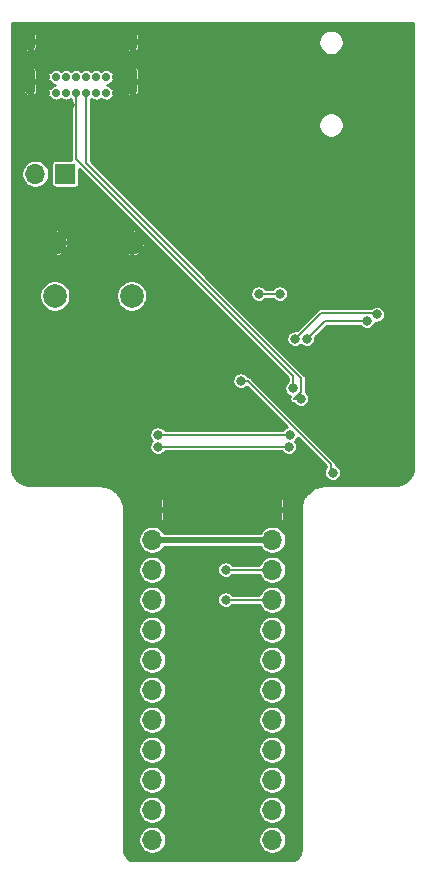
<source format=gbr>
G04 #@! TF.GenerationSoftware,KiCad,Pcbnew,5.1.5*
G04 #@! TF.CreationDate,2020-02-17T14:33:41-05:00*
G04 #@! TF.ProjectId,stm32,73746d33-322e-46b6-9963-61645f706362,B*
G04 #@! TF.SameCoordinates,Original*
G04 #@! TF.FileFunction,Copper,L2,Bot*
G04 #@! TF.FilePolarity,Positive*
%FSLAX46Y46*%
G04 Gerber Fmt 4.6, Leading zero omitted, Abs format (unit mm)*
G04 Created by KiCad (PCBNEW 5.1.5) date 2020-02-17 14:33:41*
%MOMM*%
%LPD*%
G04 APERTURE LIST*
%ADD10R,1.700000X1.700000*%
%ADD11O,1.700000X1.700000*%
%ADD12C,0.700000*%
%ADD13O,0.900000X2.400000*%
%ADD14O,0.900000X1.700000*%
%ADD15C,2.000000*%
%ADD16C,0.800000*%
%ADD17C,0.508000*%
%ADD18C,0.152400*%
%ADD19C,0.254000*%
G04 APERTURE END LIST*
D10*
X132715000Y-101600000D03*
D11*
X132715000Y-104140000D03*
X132715000Y-106680000D03*
X132715000Y-109220000D03*
X132715000Y-111760000D03*
X132715000Y-114300000D03*
X132715000Y-116840000D03*
X132715000Y-119380000D03*
X132715000Y-121920000D03*
X132715000Y-124460000D03*
X132715000Y-127000000D03*
X132715000Y-129540000D03*
X122555000Y-129540000D03*
X122555000Y-127000000D03*
X122555000Y-124460000D03*
X122555000Y-121920000D03*
X122555000Y-119380000D03*
X122555000Y-116840000D03*
X122555000Y-114300000D03*
X122555000Y-111760000D03*
X122555000Y-109220000D03*
X122555000Y-106680000D03*
X122555000Y-104140000D03*
D10*
X122555000Y-101600000D03*
X115189000Y-73152000D03*
D11*
X112649000Y-73152000D03*
D12*
X119507000Y-66294000D03*
X118657000Y-66294000D03*
X117807000Y-66294000D03*
X116957000Y-66294000D03*
X116107000Y-66294000D03*
X115257000Y-66294000D03*
X114407000Y-66294000D03*
X113557000Y-66294000D03*
X118657000Y-64944000D03*
X116957000Y-64944000D03*
X117807000Y-64944000D03*
X119507000Y-64944000D03*
X115257000Y-64944000D03*
X114407000Y-64944000D03*
X113557000Y-64944000D03*
X116107000Y-64944000D03*
D13*
X120857000Y-65314000D03*
X112207000Y-65314000D03*
D14*
X120857000Y-61934000D03*
X112207000Y-61934000D03*
D15*
X114300000Y-83494000D03*
X114300000Y-78994000D03*
X120800000Y-83494000D03*
X120800000Y-78994000D03*
D16*
X138684000Y-86731800D03*
X128016000Y-98044000D03*
X128143000Y-93853000D03*
X113030000Y-76708000D03*
X135382000Y-76200000D03*
X139446000Y-79248000D03*
X118110000Y-72390000D03*
X116840000Y-73660000D03*
X114935000Y-71120000D03*
X118110000Y-67310000D03*
X115570000Y-67310000D03*
X118110000Y-63246000D03*
X115570000Y-63246000D03*
X122428000Y-76708000D03*
X123698000Y-81026000D03*
X125476000Y-79502000D03*
X126492000Y-83820000D03*
X128270000Y-82296000D03*
X130048000Y-87122000D03*
X131318000Y-88392000D03*
X132842000Y-86868000D03*
X133604000Y-90424000D03*
X134874000Y-89154000D03*
X124968000Y-85090000D03*
X124968000Y-86614000D03*
X119634000Y-84836000D03*
X119634000Y-86614000D03*
X118364000Y-88392000D03*
X116586000Y-88392000D03*
X113538000Y-91694000D03*
X141224000Y-94996000D03*
X137033000Y-99187000D03*
X143764000Y-98933000D03*
X143510000Y-94742000D03*
X141986000Y-88519000D03*
X144272000Y-88392000D03*
X144272000Y-85090000D03*
X144272000Y-81407000D03*
X144272000Y-76962000D03*
X144272000Y-73025000D03*
X144272000Y-68453000D03*
X144272000Y-64643000D03*
X144272000Y-60833000D03*
X141097000Y-60833000D03*
X135001000Y-60833000D03*
X128270000Y-60833000D03*
X131572000Y-60833000D03*
X123952000Y-60833000D03*
X117983000Y-60833000D03*
X114427000Y-60833000D03*
X111252000Y-71501000D03*
X111252000Y-75057000D03*
X110998000Y-78994000D03*
X110998000Y-84328000D03*
X110998000Y-89662000D03*
X110998000Y-93599000D03*
X111887000Y-97663000D03*
X116586000Y-99187000D03*
X117348000Y-95504000D03*
X113449490Y-84963000D03*
X129667000Y-81661000D03*
X129794000Y-80391000D03*
X133858000Y-73152000D03*
X125730000Y-62738000D03*
X127254000Y-62738000D03*
X127508000Y-67818000D03*
X128778000Y-67818000D03*
X132334000Y-71882000D03*
X130556000Y-72136000D03*
X128778000Y-76200000D03*
X127000000Y-75101501D03*
X125222000Y-75184000D03*
X125222000Y-76454000D03*
X120650000Y-71120000D03*
X124968000Y-72136000D03*
X123190000Y-67564000D03*
X122428000Y-89154000D03*
X128016000Y-102616000D03*
X128016000Y-105283000D03*
X128270000Y-110490000D03*
X128270000Y-115570000D03*
X128270000Y-120523000D03*
X121412000Y-105283000D03*
X121412000Y-110490000D03*
X134366000Y-106553000D03*
X134620000Y-113284000D03*
X134366000Y-120523000D03*
X134493000Y-125476000D03*
X134493000Y-130048000D03*
X127635000Y-126746000D03*
X127889000Y-129921000D03*
X120904000Y-130302000D03*
X120777000Y-125476000D03*
X120777000Y-120777000D03*
X120777000Y-115189000D03*
X119380000Y-98425000D03*
X133350000Y-83312000D03*
X131572000Y-83312000D03*
X134174301Y-95237823D03*
X123021800Y-95250000D03*
X134107208Y-96261208D03*
X123021800Y-96266000D03*
X128765390Y-106680000D03*
X135636000Y-87122000D03*
X140716000Y-85598000D03*
X134635997Y-87122000D03*
X141548051Y-85043299D03*
X128765390Y-109220000D03*
X130048000Y-90678000D03*
X137819029Y-98449029D03*
X135128000Y-92202000D03*
X134451800Y-91307571D03*
D17*
X122555000Y-104140000D02*
X132715000Y-104140000D01*
D18*
X133350000Y-83312000D02*
X131572000Y-83312000D01*
X134174301Y-95237823D02*
X123033977Y-95237823D01*
X123033977Y-95237823D02*
X123021800Y-95250000D01*
X134107208Y-96261208D02*
X123026592Y-96261208D01*
X123026592Y-96261208D02*
X123021800Y-96266000D01*
X132715000Y-106680000D02*
X128765390Y-106680000D01*
X135636000Y-87122000D02*
X137160000Y-85598000D01*
X137160000Y-85598000D02*
X140716000Y-85598000D01*
X134635997Y-87122000D02*
X136667997Y-85090000D01*
X141426551Y-84921799D02*
X141548051Y-85043299D01*
X136667997Y-85090000D02*
X136836198Y-84921799D01*
X136836198Y-84921799D02*
X141426551Y-84921799D01*
X128765390Y-109220000D02*
X132715000Y-109220000D01*
X130048000Y-90678000D02*
X130615256Y-90678000D01*
X130615256Y-90678000D02*
X137692029Y-97754773D01*
X137692029Y-97754773D02*
X137692029Y-98322029D01*
X137692029Y-98322029D02*
X137819029Y-98449029D01*
X116957000Y-66788974D02*
X116957000Y-66294000D01*
X116957000Y-72279417D02*
X116957000Y-66788974D01*
X135128001Y-90450418D02*
X116957000Y-72279417D01*
X135128001Y-91632148D02*
X135128001Y-90450418D01*
X134558149Y-92202000D02*
X135128001Y-91632148D01*
X135128000Y-92202000D02*
X134558149Y-92202000D01*
X116107000Y-66788974D02*
X116107000Y-66294000D01*
X116107000Y-71927799D02*
X116107000Y-66788974D01*
X134451800Y-90272599D02*
X116107000Y-71927799D01*
X134451800Y-91307571D02*
X134451800Y-90272599D01*
D19*
G36*
X144628000Y-97909561D02*
G01*
X144596317Y-98232685D01*
X144504637Y-98536344D01*
X144355723Y-98816411D01*
X144155244Y-99062223D01*
X143910843Y-99264409D01*
X143631814Y-99415280D01*
X143328806Y-99509076D01*
X143006187Y-99542985D01*
X143001762Y-99543000D01*
X137152538Y-99543000D01*
X137152275Y-99543026D01*
X137146175Y-99543047D01*
X137139564Y-99543718D01*
X137132925Y-99543672D01*
X137130813Y-99543879D01*
X136761059Y-99582742D01*
X136747545Y-99585516D01*
X136734031Y-99588094D01*
X136731999Y-99588707D01*
X136376835Y-99698649D01*
X136364126Y-99703991D01*
X136351362Y-99709148D01*
X136349488Y-99710144D01*
X136022443Y-99886976D01*
X136010996Y-99894697D01*
X135999494Y-99902224D01*
X135997849Y-99903565D01*
X135711379Y-100140554D01*
X135701670Y-100150332D01*
X135691829Y-100159968D01*
X135690477Y-100161603D01*
X135455494Y-100449720D01*
X135447872Y-100461192D01*
X135440086Y-100472563D01*
X135439077Y-100474429D01*
X135264532Y-100802701D01*
X135259274Y-100815459D01*
X135253855Y-100828101D01*
X135253227Y-100830128D01*
X135145767Y-101186051D01*
X135143092Y-101199562D01*
X135140227Y-101213042D01*
X135140005Y-101215152D01*
X135103725Y-101585168D01*
X135103725Y-101585179D01*
X135103000Y-101592539D01*
X135103001Y-130421551D01*
X135085829Y-130596678D01*
X135037134Y-130757968D01*
X134958036Y-130906728D01*
X134851551Y-131037291D01*
X134721735Y-131144685D01*
X134573535Y-131224816D01*
X134412586Y-131274639D01*
X134237892Y-131293000D01*
X121038439Y-131293000D01*
X120863322Y-131275829D01*
X120702032Y-131227134D01*
X120553272Y-131148036D01*
X120422709Y-131041551D01*
X120315315Y-130911735D01*
X120235184Y-130763535D01*
X120185361Y-130602586D01*
X120167000Y-130427892D01*
X120167000Y-129424076D01*
X121378000Y-129424076D01*
X121378000Y-129655924D01*
X121423231Y-129883318D01*
X121511956Y-130097519D01*
X121640764Y-130290294D01*
X121804706Y-130454236D01*
X121997481Y-130583044D01*
X122211682Y-130671769D01*
X122439076Y-130717000D01*
X122670924Y-130717000D01*
X122898318Y-130671769D01*
X123112519Y-130583044D01*
X123305294Y-130454236D01*
X123469236Y-130290294D01*
X123598044Y-130097519D01*
X123686769Y-129883318D01*
X123732000Y-129655924D01*
X123732000Y-129424076D01*
X131538000Y-129424076D01*
X131538000Y-129655924D01*
X131583231Y-129883318D01*
X131671956Y-130097519D01*
X131800764Y-130290294D01*
X131964706Y-130454236D01*
X132157481Y-130583044D01*
X132371682Y-130671769D01*
X132599076Y-130717000D01*
X132830924Y-130717000D01*
X133058318Y-130671769D01*
X133272519Y-130583044D01*
X133465294Y-130454236D01*
X133629236Y-130290294D01*
X133758044Y-130097519D01*
X133846769Y-129883318D01*
X133892000Y-129655924D01*
X133892000Y-129424076D01*
X133846769Y-129196682D01*
X133758044Y-128982481D01*
X133629236Y-128789706D01*
X133465294Y-128625764D01*
X133272519Y-128496956D01*
X133058318Y-128408231D01*
X132830924Y-128363000D01*
X132599076Y-128363000D01*
X132371682Y-128408231D01*
X132157481Y-128496956D01*
X131964706Y-128625764D01*
X131800764Y-128789706D01*
X131671956Y-128982481D01*
X131583231Y-129196682D01*
X131538000Y-129424076D01*
X123732000Y-129424076D01*
X123686769Y-129196682D01*
X123598044Y-128982481D01*
X123469236Y-128789706D01*
X123305294Y-128625764D01*
X123112519Y-128496956D01*
X122898318Y-128408231D01*
X122670924Y-128363000D01*
X122439076Y-128363000D01*
X122211682Y-128408231D01*
X121997481Y-128496956D01*
X121804706Y-128625764D01*
X121640764Y-128789706D01*
X121511956Y-128982481D01*
X121423231Y-129196682D01*
X121378000Y-129424076D01*
X120167000Y-129424076D01*
X120167000Y-126884076D01*
X121378000Y-126884076D01*
X121378000Y-127115924D01*
X121423231Y-127343318D01*
X121511956Y-127557519D01*
X121640764Y-127750294D01*
X121804706Y-127914236D01*
X121997481Y-128043044D01*
X122211682Y-128131769D01*
X122439076Y-128177000D01*
X122670924Y-128177000D01*
X122898318Y-128131769D01*
X123112519Y-128043044D01*
X123305294Y-127914236D01*
X123469236Y-127750294D01*
X123598044Y-127557519D01*
X123686769Y-127343318D01*
X123732000Y-127115924D01*
X123732000Y-126884076D01*
X131538000Y-126884076D01*
X131538000Y-127115924D01*
X131583231Y-127343318D01*
X131671956Y-127557519D01*
X131800764Y-127750294D01*
X131964706Y-127914236D01*
X132157481Y-128043044D01*
X132371682Y-128131769D01*
X132599076Y-128177000D01*
X132830924Y-128177000D01*
X133058318Y-128131769D01*
X133272519Y-128043044D01*
X133465294Y-127914236D01*
X133629236Y-127750294D01*
X133758044Y-127557519D01*
X133846769Y-127343318D01*
X133892000Y-127115924D01*
X133892000Y-126884076D01*
X133846769Y-126656682D01*
X133758044Y-126442481D01*
X133629236Y-126249706D01*
X133465294Y-126085764D01*
X133272519Y-125956956D01*
X133058318Y-125868231D01*
X132830924Y-125823000D01*
X132599076Y-125823000D01*
X132371682Y-125868231D01*
X132157481Y-125956956D01*
X131964706Y-126085764D01*
X131800764Y-126249706D01*
X131671956Y-126442481D01*
X131583231Y-126656682D01*
X131538000Y-126884076D01*
X123732000Y-126884076D01*
X123686769Y-126656682D01*
X123598044Y-126442481D01*
X123469236Y-126249706D01*
X123305294Y-126085764D01*
X123112519Y-125956956D01*
X122898318Y-125868231D01*
X122670924Y-125823000D01*
X122439076Y-125823000D01*
X122211682Y-125868231D01*
X121997481Y-125956956D01*
X121804706Y-126085764D01*
X121640764Y-126249706D01*
X121511956Y-126442481D01*
X121423231Y-126656682D01*
X121378000Y-126884076D01*
X120167000Y-126884076D01*
X120167000Y-124344076D01*
X121378000Y-124344076D01*
X121378000Y-124575924D01*
X121423231Y-124803318D01*
X121511956Y-125017519D01*
X121640764Y-125210294D01*
X121804706Y-125374236D01*
X121997481Y-125503044D01*
X122211682Y-125591769D01*
X122439076Y-125637000D01*
X122670924Y-125637000D01*
X122898318Y-125591769D01*
X123112519Y-125503044D01*
X123305294Y-125374236D01*
X123469236Y-125210294D01*
X123598044Y-125017519D01*
X123686769Y-124803318D01*
X123732000Y-124575924D01*
X123732000Y-124344076D01*
X131538000Y-124344076D01*
X131538000Y-124575924D01*
X131583231Y-124803318D01*
X131671956Y-125017519D01*
X131800764Y-125210294D01*
X131964706Y-125374236D01*
X132157481Y-125503044D01*
X132371682Y-125591769D01*
X132599076Y-125637000D01*
X132830924Y-125637000D01*
X133058318Y-125591769D01*
X133272519Y-125503044D01*
X133465294Y-125374236D01*
X133629236Y-125210294D01*
X133758044Y-125017519D01*
X133846769Y-124803318D01*
X133892000Y-124575924D01*
X133892000Y-124344076D01*
X133846769Y-124116682D01*
X133758044Y-123902481D01*
X133629236Y-123709706D01*
X133465294Y-123545764D01*
X133272519Y-123416956D01*
X133058318Y-123328231D01*
X132830924Y-123283000D01*
X132599076Y-123283000D01*
X132371682Y-123328231D01*
X132157481Y-123416956D01*
X131964706Y-123545764D01*
X131800764Y-123709706D01*
X131671956Y-123902481D01*
X131583231Y-124116682D01*
X131538000Y-124344076D01*
X123732000Y-124344076D01*
X123686769Y-124116682D01*
X123598044Y-123902481D01*
X123469236Y-123709706D01*
X123305294Y-123545764D01*
X123112519Y-123416956D01*
X122898318Y-123328231D01*
X122670924Y-123283000D01*
X122439076Y-123283000D01*
X122211682Y-123328231D01*
X121997481Y-123416956D01*
X121804706Y-123545764D01*
X121640764Y-123709706D01*
X121511956Y-123902481D01*
X121423231Y-124116682D01*
X121378000Y-124344076D01*
X120167000Y-124344076D01*
X120167000Y-121804076D01*
X121378000Y-121804076D01*
X121378000Y-122035924D01*
X121423231Y-122263318D01*
X121511956Y-122477519D01*
X121640764Y-122670294D01*
X121804706Y-122834236D01*
X121997481Y-122963044D01*
X122211682Y-123051769D01*
X122439076Y-123097000D01*
X122670924Y-123097000D01*
X122898318Y-123051769D01*
X123112519Y-122963044D01*
X123305294Y-122834236D01*
X123469236Y-122670294D01*
X123598044Y-122477519D01*
X123686769Y-122263318D01*
X123732000Y-122035924D01*
X123732000Y-121804076D01*
X131538000Y-121804076D01*
X131538000Y-122035924D01*
X131583231Y-122263318D01*
X131671956Y-122477519D01*
X131800764Y-122670294D01*
X131964706Y-122834236D01*
X132157481Y-122963044D01*
X132371682Y-123051769D01*
X132599076Y-123097000D01*
X132830924Y-123097000D01*
X133058318Y-123051769D01*
X133272519Y-122963044D01*
X133465294Y-122834236D01*
X133629236Y-122670294D01*
X133758044Y-122477519D01*
X133846769Y-122263318D01*
X133892000Y-122035924D01*
X133892000Y-121804076D01*
X133846769Y-121576682D01*
X133758044Y-121362481D01*
X133629236Y-121169706D01*
X133465294Y-121005764D01*
X133272519Y-120876956D01*
X133058318Y-120788231D01*
X132830924Y-120743000D01*
X132599076Y-120743000D01*
X132371682Y-120788231D01*
X132157481Y-120876956D01*
X131964706Y-121005764D01*
X131800764Y-121169706D01*
X131671956Y-121362481D01*
X131583231Y-121576682D01*
X131538000Y-121804076D01*
X123732000Y-121804076D01*
X123686769Y-121576682D01*
X123598044Y-121362481D01*
X123469236Y-121169706D01*
X123305294Y-121005764D01*
X123112519Y-120876956D01*
X122898318Y-120788231D01*
X122670924Y-120743000D01*
X122439076Y-120743000D01*
X122211682Y-120788231D01*
X121997481Y-120876956D01*
X121804706Y-121005764D01*
X121640764Y-121169706D01*
X121511956Y-121362481D01*
X121423231Y-121576682D01*
X121378000Y-121804076D01*
X120167000Y-121804076D01*
X120167000Y-119264076D01*
X121378000Y-119264076D01*
X121378000Y-119495924D01*
X121423231Y-119723318D01*
X121511956Y-119937519D01*
X121640764Y-120130294D01*
X121804706Y-120294236D01*
X121997481Y-120423044D01*
X122211682Y-120511769D01*
X122439076Y-120557000D01*
X122670924Y-120557000D01*
X122898318Y-120511769D01*
X123112519Y-120423044D01*
X123305294Y-120294236D01*
X123469236Y-120130294D01*
X123598044Y-119937519D01*
X123686769Y-119723318D01*
X123732000Y-119495924D01*
X123732000Y-119264076D01*
X131538000Y-119264076D01*
X131538000Y-119495924D01*
X131583231Y-119723318D01*
X131671956Y-119937519D01*
X131800764Y-120130294D01*
X131964706Y-120294236D01*
X132157481Y-120423044D01*
X132371682Y-120511769D01*
X132599076Y-120557000D01*
X132830924Y-120557000D01*
X133058318Y-120511769D01*
X133272519Y-120423044D01*
X133465294Y-120294236D01*
X133629236Y-120130294D01*
X133758044Y-119937519D01*
X133846769Y-119723318D01*
X133892000Y-119495924D01*
X133892000Y-119264076D01*
X133846769Y-119036682D01*
X133758044Y-118822481D01*
X133629236Y-118629706D01*
X133465294Y-118465764D01*
X133272519Y-118336956D01*
X133058318Y-118248231D01*
X132830924Y-118203000D01*
X132599076Y-118203000D01*
X132371682Y-118248231D01*
X132157481Y-118336956D01*
X131964706Y-118465764D01*
X131800764Y-118629706D01*
X131671956Y-118822481D01*
X131583231Y-119036682D01*
X131538000Y-119264076D01*
X123732000Y-119264076D01*
X123686769Y-119036682D01*
X123598044Y-118822481D01*
X123469236Y-118629706D01*
X123305294Y-118465764D01*
X123112519Y-118336956D01*
X122898318Y-118248231D01*
X122670924Y-118203000D01*
X122439076Y-118203000D01*
X122211682Y-118248231D01*
X121997481Y-118336956D01*
X121804706Y-118465764D01*
X121640764Y-118629706D01*
X121511956Y-118822481D01*
X121423231Y-119036682D01*
X121378000Y-119264076D01*
X120167000Y-119264076D01*
X120167000Y-116724076D01*
X121378000Y-116724076D01*
X121378000Y-116955924D01*
X121423231Y-117183318D01*
X121511956Y-117397519D01*
X121640764Y-117590294D01*
X121804706Y-117754236D01*
X121997481Y-117883044D01*
X122211682Y-117971769D01*
X122439076Y-118017000D01*
X122670924Y-118017000D01*
X122898318Y-117971769D01*
X123112519Y-117883044D01*
X123305294Y-117754236D01*
X123469236Y-117590294D01*
X123598044Y-117397519D01*
X123686769Y-117183318D01*
X123732000Y-116955924D01*
X123732000Y-116724076D01*
X131538000Y-116724076D01*
X131538000Y-116955924D01*
X131583231Y-117183318D01*
X131671956Y-117397519D01*
X131800764Y-117590294D01*
X131964706Y-117754236D01*
X132157481Y-117883044D01*
X132371682Y-117971769D01*
X132599076Y-118017000D01*
X132830924Y-118017000D01*
X133058318Y-117971769D01*
X133272519Y-117883044D01*
X133465294Y-117754236D01*
X133629236Y-117590294D01*
X133758044Y-117397519D01*
X133846769Y-117183318D01*
X133892000Y-116955924D01*
X133892000Y-116724076D01*
X133846769Y-116496682D01*
X133758044Y-116282481D01*
X133629236Y-116089706D01*
X133465294Y-115925764D01*
X133272519Y-115796956D01*
X133058318Y-115708231D01*
X132830924Y-115663000D01*
X132599076Y-115663000D01*
X132371682Y-115708231D01*
X132157481Y-115796956D01*
X131964706Y-115925764D01*
X131800764Y-116089706D01*
X131671956Y-116282481D01*
X131583231Y-116496682D01*
X131538000Y-116724076D01*
X123732000Y-116724076D01*
X123686769Y-116496682D01*
X123598044Y-116282481D01*
X123469236Y-116089706D01*
X123305294Y-115925764D01*
X123112519Y-115796956D01*
X122898318Y-115708231D01*
X122670924Y-115663000D01*
X122439076Y-115663000D01*
X122211682Y-115708231D01*
X121997481Y-115796956D01*
X121804706Y-115925764D01*
X121640764Y-116089706D01*
X121511956Y-116282481D01*
X121423231Y-116496682D01*
X121378000Y-116724076D01*
X120167000Y-116724076D01*
X120167000Y-114184076D01*
X121378000Y-114184076D01*
X121378000Y-114415924D01*
X121423231Y-114643318D01*
X121511956Y-114857519D01*
X121640764Y-115050294D01*
X121804706Y-115214236D01*
X121997481Y-115343044D01*
X122211682Y-115431769D01*
X122439076Y-115477000D01*
X122670924Y-115477000D01*
X122898318Y-115431769D01*
X123112519Y-115343044D01*
X123305294Y-115214236D01*
X123469236Y-115050294D01*
X123598044Y-114857519D01*
X123686769Y-114643318D01*
X123732000Y-114415924D01*
X123732000Y-114184076D01*
X131538000Y-114184076D01*
X131538000Y-114415924D01*
X131583231Y-114643318D01*
X131671956Y-114857519D01*
X131800764Y-115050294D01*
X131964706Y-115214236D01*
X132157481Y-115343044D01*
X132371682Y-115431769D01*
X132599076Y-115477000D01*
X132830924Y-115477000D01*
X133058318Y-115431769D01*
X133272519Y-115343044D01*
X133465294Y-115214236D01*
X133629236Y-115050294D01*
X133758044Y-114857519D01*
X133846769Y-114643318D01*
X133892000Y-114415924D01*
X133892000Y-114184076D01*
X133846769Y-113956682D01*
X133758044Y-113742481D01*
X133629236Y-113549706D01*
X133465294Y-113385764D01*
X133272519Y-113256956D01*
X133058318Y-113168231D01*
X132830924Y-113123000D01*
X132599076Y-113123000D01*
X132371682Y-113168231D01*
X132157481Y-113256956D01*
X131964706Y-113385764D01*
X131800764Y-113549706D01*
X131671956Y-113742481D01*
X131583231Y-113956682D01*
X131538000Y-114184076D01*
X123732000Y-114184076D01*
X123686769Y-113956682D01*
X123598044Y-113742481D01*
X123469236Y-113549706D01*
X123305294Y-113385764D01*
X123112519Y-113256956D01*
X122898318Y-113168231D01*
X122670924Y-113123000D01*
X122439076Y-113123000D01*
X122211682Y-113168231D01*
X121997481Y-113256956D01*
X121804706Y-113385764D01*
X121640764Y-113549706D01*
X121511956Y-113742481D01*
X121423231Y-113956682D01*
X121378000Y-114184076D01*
X120167000Y-114184076D01*
X120167000Y-111644076D01*
X121378000Y-111644076D01*
X121378000Y-111875924D01*
X121423231Y-112103318D01*
X121511956Y-112317519D01*
X121640764Y-112510294D01*
X121804706Y-112674236D01*
X121997481Y-112803044D01*
X122211682Y-112891769D01*
X122439076Y-112937000D01*
X122670924Y-112937000D01*
X122898318Y-112891769D01*
X123112519Y-112803044D01*
X123305294Y-112674236D01*
X123469236Y-112510294D01*
X123598044Y-112317519D01*
X123686769Y-112103318D01*
X123732000Y-111875924D01*
X123732000Y-111644076D01*
X131538000Y-111644076D01*
X131538000Y-111875924D01*
X131583231Y-112103318D01*
X131671956Y-112317519D01*
X131800764Y-112510294D01*
X131964706Y-112674236D01*
X132157481Y-112803044D01*
X132371682Y-112891769D01*
X132599076Y-112937000D01*
X132830924Y-112937000D01*
X133058318Y-112891769D01*
X133272519Y-112803044D01*
X133465294Y-112674236D01*
X133629236Y-112510294D01*
X133758044Y-112317519D01*
X133846769Y-112103318D01*
X133892000Y-111875924D01*
X133892000Y-111644076D01*
X133846769Y-111416682D01*
X133758044Y-111202481D01*
X133629236Y-111009706D01*
X133465294Y-110845764D01*
X133272519Y-110716956D01*
X133058318Y-110628231D01*
X132830924Y-110583000D01*
X132599076Y-110583000D01*
X132371682Y-110628231D01*
X132157481Y-110716956D01*
X131964706Y-110845764D01*
X131800764Y-111009706D01*
X131671956Y-111202481D01*
X131583231Y-111416682D01*
X131538000Y-111644076D01*
X123732000Y-111644076D01*
X123686769Y-111416682D01*
X123598044Y-111202481D01*
X123469236Y-111009706D01*
X123305294Y-110845764D01*
X123112519Y-110716956D01*
X122898318Y-110628231D01*
X122670924Y-110583000D01*
X122439076Y-110583000D01*
X122211682Y-110628231D01*
X121997481Y-110716956D01*
X121804706Y-110845764D01*
X121640764Y-111009706D01*
X121511956Y-111202481D01*
X121423231Y-111416682D01*
X121378000Y-111644076D01*
X120167000Y-111644076D01*
X120167000Y-109104076D01*
X121378000Y-109104076D01*
X121378000Y-109335924D01*
X121423231Y-109563318D01*
X121511956Y-109777519D01*
X121640764Y-109970294D01*
X121804706Y-110134236D01*
X121997481Y-110263044D01*
X122211682Y-110351769D01*
X122439076Y-110397000D01*
X122670924Y-110397000D01*
X122898318Y-110351769D01*
X123112519Y-110263044D01*
X123305294Y-110134236D01*
X123469236Y-109970294D01*
X123598044Y-109777519D01*
X123686769Y-109563318D01*
X123732000Y-109335924D01*
X123732000Y-109148397D01*
X128038390Y-109148397D01*
X128038390Y-109291603D01*
X128066328Y-109432058D01*
X128121131Y-109564364D01*
X128200692Y-109683436D01*
X128301954Y-109784698D01*
X128421026Y-109864259D01*
X128553332Y-109919062D01*
X128693787Y-109947000D01*
X128836993Y-109947000D01*
X128977448Y-109919062D01*
X129109754Y-109864259D01*
X129228826Y-109784698D01*
X129330088Y-109683436D01*
X129370336Y-109623200D01*
X131608035Y-109623200D01*
X131671956Y-109777519D01*
X131800764Y-109970294D01*
X131964706Y-110134236D01*
X132157481Y-110263044D01*
X132371682Y-110351769D01*
X132599076Y-110397000D01*
X132830924Y-110397000D01*
X133058318Y-110351769D01*
X133272519Y-110263044D01*
X133465294Y-110134236D01*
X133629236Y-109970294D01*
X133758044Y-109777519D01*
X133846769Y-109563318D01*
X133892000Y-109335924D01*
X133892000Y-109104076D01*
X133846769Y-108876682D01*
X133758044Y-108662481D01*
X133629236Y-108469706D01*
X133465294Y-108305764D01*
X133272519Y-108176956D01*
X133058318Y-108088231D01*
X132830924Y-108043000D01*
X132599076Y-108043000D01*
X132371682Y-108088231D01*
X132157481Y-108176956D01*
X131964706Y-108305764D01*
X131800764Y-108469706D01*
X131671956Y-108662481D01*
X131608035Y-108816800D01*
X129370336Y-108816800D01*
X129330088Y-108756564D01*
X129228826Y-108655302D01*
X129109754Y-108575741D01*
X128977448Y-108520938D01*
X128836993Y-108493000D01*
X128693787Y-108493000D01*
X128553332Y-108520938D01*
X128421026Y-108575741D01*
X128301954Y-108655302D01*
X128200692Y-108756564D01*
X128121131Y-108875636D01*
X128066328Y-109007942D01*
X128038390Y-109148397D01*
X123732000Y-109148397D01*
X123732000Y-109104076D01*
X123686769Y-108876682D01*
X123598044Y-108662481D01*
X123469236Y-108469706D01*
X123305294Y-108305764D01*
X123112519Y-108176956D01*
X122898318Y-108088231D01*
X122670924Y-108043000D01*
X122439076Y-108043000D01*
X122211682Y-108088231D01*
X121997481Y-108176956D01*
X121804706Y-108305764D01*
X121640764Y-108469706D01*
X121511956Y-108662481D01*
X121423231Y-108876682D01*
X121378000Y-109104076D01*
X120167000Y-109104076D01*
X120167000Y-106564076D01*
X121378000Y-106564076D01*
X121378000Y-106795924D01*
X121423231Y-107023318D01*
X121511956Y-107237519D01*
X121640764Y-107430294D01*
X121804706Y-107594236D01*
X121997481Y-107723044D01*
X122211682Y-107811769D01*
X122439076Y-107857000D01*
X122670924Y-107857000D01*
X122898318Y-107811769D01*
X123112519Y-107723044D01*
X123305294Y-107594236D01*
X123469236Y-107430294D01*
X123598044Y-107237519D01*
X123686769Y-107023318D01*
X123732000Y-106795924D01*
X123732000Y-106608397D01*
X128038390Y-106608397D01*
X128038390Y-106751603D01*
X128066328Y-106892058D01*
X128121131Y-107024364D01*
X128200692Y-107143436D01*
X128301954Y-107244698D01*
X128421026Y-107324259D01*
X128553332Y-107379062D01*
X128693787Y-107407000D01*
X128836993Y-107407000D01*
X128977448Y-107379062D01*
X129109754Y-107324259D01*
X129228826Y-107244698D01*
X129330088Y-107143436D01*
X129370336Y-107083200D01*
X131608035Y-107083200D01*
X131671956Y-107237519D01*
X131800764Y-107430294D01*
X131964706Y-107594236D01*
X132157481Y-107723044D01*
X132371682Y-107811769D01*
X132599076Y-107857000D01*
X132830924Y-107857000D01*
X133058318Y-107811769D01*
X133272519Y-107723044D01*
X133465294Y-107594236D01*
X133629236Y-107430294D01*
X133758044Y-107237519D01*
X133846769Y-107023318D01*
X133892000Y-106795924D01*
X133892000Y-106564076D01*
X133846769Y-106336682D01*
X133758044Y-106122481D01*
X133629236Y-105929706D01*
X133465294Y-105765764D01*
X133272519Y-105636956D01*
X133058318Y-105548231D01*
X132830924Y-105503000D01*
X132599076Y-105503000D01*
X132371682Y-105548231D01*
X132157481Y-105636956D01*
X131964706Y-105765764D01*
X131800764Y-105929706D01*
X131671956Y-106122481D01*
X131608035Y-106276800D01*
X129370336Y-106276800D01*
X129330088Y-106216564D01*
X129228826Y-106115302D01*
X129109754Y-106035741D01*
X128977448Y-105980938D01*
X128836993Y-105953000D01*
X128693787Y-105953000D01*
X128553332Y-105980938D01*
X128421026Y-106035741D01*
X128301954Y-106115302D01*
X128200692Y-106216564D01*
X128121131Y-106335636D01*
X128066328Y-106467942D01*
X128038390Y-106608397D01*
X123732000Y-106608397D01*
X123732000Y-106564076D01*
X123686769Y-106336682D01*
X123598044Y-106122481D01*
X123469236Y-105929706D01*
X123305294Y-105765764D01*
X123112519Y-105636956D01*
X122898318Y-105548231D01*
X122670924Y-105503000D01*
X122439076Y-105503000D01*
X122211682Y-105548231D01*
X121997481Y-105636956D01*
X121804706Y-105765764D01*
X121640764Y-105929706D01*
X121511956Y-106122481D01*
X121423231Y-106336682D01*
X121378000Y-106564076D01*
X120167000Y-106564076D01*
X120167000Y-104024076D01*
X121378000Y-104024076D01*
X121378000Y-104255924D01*
X121423231Y-104483318D01*
X121511956Y-104697519D01*
X121640764Y-104890294D01*
X121804706Y-105054236D01*
X121997481Y-105183044D01*
X122211682Y-105271769D01*
X122439076Y-105317000D01*
X122670924Y-105317000D01*
X122898318Y-105271769D01*
X123112519Y-105183044D01*
X123305294Y-105054236D01*
X123469236Y-104890294D01*
X123582355Y-104721000D01*
X131687645Y-104721000D01*
X131800764Y-104890294D01*
X131964706Y-105054236D01*
X132157481Y-105183044D01*
X132371682Y-105271769D01*
X132599076Y-105317000D01*
X132830924Y-105317000D01*
X133058318Y-105271769D01*
X133272519Y-105183044D01*
X133465294Y-105054236D01*
X133629236Y-104890294D01*
X133758044Y-104697519D01*
X133846769Y-104483318D01*
X133892000Y-104255924D01*
X133892000Y-104024076D01*
X133846769Y-103796682D01*
X133758044Y-103582481D01*
X133629236Y-103389706D01*
X133465294Y-103225764D01*
X133272519Y-103096956D01*
X133058318Y-103008231D01*
X132830924Y-102963000D01*
X132599076Y-102963000D01*
X132371682Y-103008231D01*
X132157481Y-103096956D01*
X131964706Y-103225764D01*
X131800764Y-103389706D01*
X131687645Y-103559000D01*
X123582355Y-103559000D01*
X123469236Y-103389706D01*
X123305294Y-103225764D01*
X123112519Y-103096956D01*
X122898318Y-103008231D01*
X122670924Y-102963000D01*
X122439076Y-102963000D01*
X122211682Y-103008231D01*
X121997481Y-103096956D01*
X121804706Y-103225764D01*
X121640764Y-103389706D01*
X121511956Y-103582481D01*
X121423231Y-103796682D01*
X121378000Y-104024076D01*
X120167000Y-104024076D01*
X120167000Y-102450000D01*
X121577386Y-102450000D01*
X121579838Y-102474896D01*
X121587100Y-102498836D01*
X121598893Y-102520899D01*
X121614763Y-102540237D01*
X121634101Y-102556107D01*
X121656164Y-102567900D01*
X121680104Y-102575162D01*
X121705000Y-102577614D01*
X122396250Y-102577000D01*
X122428000Y-102545250D01*
X122428000Y-101727000D01*
X122682000Y-101727000D01*
X122682000Y-102545250D01*
X122713750Y-102577000D01*
X123405000Y-102577614D01*
X123429896Y-102575162D01*
X123453836Y-102567900D01*
X123475899Y-102556107D01*
X123495237Y-102540237D01*
X123511107Y-102520899D01*
X123522900Y-102498836D01*
X123530162Y-102474896D01*
X123532614Y-102450000D01*
X131737386Y-102450000D01*
X131739838Y-102474896D01*
X131747100Y-102498836D01*
X131758893Y-102520899D01*
X131774763Y-102540237D01*
X131794101Y-102556107D01*
X131816164Y-102567900D01*
X131840104Y-102575162D01*
X131865000Y-102577614D01*
X132556250Y-102577000D01*
X132588000Y-102545250D01*
X132588000Y-101727000D01*
X132842000Y-101727000D01*
X132842000Y-102545250D01*
X132873750Y-102577000D01*
X133565000Y-102577614D01*
X133589896Y-102575162D01*
X133613836Y-102567900D01*
X133635899Y-102556107D01*
X133655237Y-102540237D01*
X133671107Y-102520899D01*
X133682900Y-102498836D01*
X133690162Y-102474896D01*
X133692614Y-102450000D01*
X133692000Y-101758750D01*
X133660250Y-101727000D01*
X132842000Y-101727000D01*
X132588000Y-101727000D01*
X131769750Y-101727000D01*
X131738000Y-101758750D01*
X131737386Y-102450000D01*
X123532614Y-102450000D01*
X123532000Y-101758750D01*
X123500250Y-101727000D01*
X122682000Y-101727000D01*
X122428000Y-101727000D01*
X121609750Y-101727000D01*
X121578000Y-101758750D01*
X121577386Y-102450000D01*
X120167000Y-102450000D01*
X120167000Y-101592538D01*
X120166974Y-101592275D01*
X120166953Y-101586175D01*
X120166282Y-101579564D01*
X120166328Y-101572925D01*
X120166121Y-101570813D01*
X120127258Y-101201059D01*
X120124484Y-101187545D01*
X120121906Y-101174031D01*
X120121293Y-101171999D01*
X120011351Y-100816835D01*
X120006009Y-100804126D01*
X120000852Y-100791362D01*
X119999856Y-100789488D01*
X119978505Y-100750000D01*
X121577386Y-100750000D01*
X121578000Y-101441250D01*
X121609750Y-101473000D01*
X122428000Y-101473000D01*
X122428000Y-100654750D01*
X122682000Y-100654750D01*
X122682000Y-101473000D01*
X123500250Y-101473000D01*
X123532000Y-101441250D01*
X123532614Y-100750000D01*
X131737386Y-100750000D01*
X131738000Y-101441250D01*
X131769750Y-101473000D01*
X132588000Y-101473000D01*
X132588000Y-100654750D01*
X132842000Y-100654750D01*
X132842000Y-101473000D01*
X133660250Y-101473000D01*
X133692000Y-101441250D01*
X133692614Y-100750000D01*
X133690162Y-100725104D01*
X133682900Y-100701164D01*
X133671107Y-100679101D01*
X133655237Y-100659763D01*
X133635899Y-100643893D01*
X133613836Y-100632100D01*
X133589896Y-100624838D01*
X133565000Y-100622386D01*
X132873750Y-100623000D01*
X132842000Y-100654750D01*
X132588000Y-100654750D01*
X132556250Y-100623000D01*
X131865000Y-100622386D01*
X131840104Y-100624838D01*
X131816164Y-100632100D01*
X131794101Y-100643893D01*
X131774763Y-100659763D01*
X131758893Y-100679101D01*
X131747100Y-100701164D01*
X131739838Y-100725104D01*
X131737386Y-100750000D01*
X123532614Y-100750000D01*
X123530162Y-100725104D01*
X123522900Y-100701164D01*
X123511107Y-100679101D01*
X123495237Y-100659763D01*
X123475899Y-100643893D01*
X123453836Y-100632100D01*
X123429896Y-100624838D01*
X123405000Y-100622386D01*
X122713750Y-100623000D01*
X122682000Y-100654750D01*
X122428000Y-100654750D01*
X122396250Y-100623000D01*
X121705000Y-100622386D01*
X121680104Y-100624838D01*
X121656164Y-100632100D01*
X121634101Y-100643893D01*
X121614763Y-100659763D01*
X121598893Y-100679101D01*
X121587100Y-100701164D01*
X121579838Y-100725104D01*
X121577386Y-100750000D01*
X119978505Y-100750000D01*
X119823024Y-100462443D01*
X119815303Y-100450996D01*
X119807776Y-100439494D01*
X119806435Y-100437849D01*
X119569446Y-100151379D01*
X119559668Y-100141670D01*
X119550032Y-100131829D01*
X119548397Y-100130477D01*
X119260280Y-99895494D01*
X119248808Y-99887872D01*
X119237437Y-99880086D01*
X119235571Y-99879077D01*
X118907299Y-99704532D01*
X118894541Y-99699274D01*
X118881899Y-99693855D01*
X118879872Y-99693227D01*
X118523949Y-99585767D01*
X118510438Y-99583092D01*
X118496958Y-99580227D01*
X118494848Y-99580005D01*
X118124832Y-99543725D01*
X118124822Y-99543725D01*
X118117462Y-99543000D01*
X112275439Y-99543000D01*
X111952315Y-99511317D01*
X111648656Y-99419637D01*
X111368589Y-99270723D01*
X111122777Y-99070244D01*
X110920591Y-98825843D01*
X110769720Y-98546814D01*
X110675924Y-98243806D01*
X110642015Y-97921187D01*
X110642000Y-97916762D01*
X110642000Y-95178397D01*
X122294800Y-95178397D01*
X122294800Y-95321603D01*
X122322738Y-95462058D01*
X122377541Y-95594364D01*
X122457102Y-95713436D01*
X122501666Y-95758000D01*
X122457102Y-95802564D01*
X122377541Y-95921636D01*
X122322738Y-96053942D01*
X122294800Y-96194397D01*
X122294800Y-96337603D01*
X122322738Y-96478058D01*
X122377541Y-96610364D01*
X122457102Y-96729436D01*
X122558364Y-96830698D01*
X122677436Y-96910259D01*
X122809742Y-96965062D01*
X122950197Y-96993000D01*
X123093403Y-96993000D01*
X123233858Y-96965062D01*
X123366164Y-96910259D01*
X123485236Y-96830698D01*
X123586498Y-96729436D01*
X123629948Y-96664408D01*
X133502262Y-96664408D01*
X133542510Y-96724644D01*
X133643772Y-96825906D01*
X133762844Y-96905467D01*
X133895150Y-96960270D01*
X134035605Y-96988208D01*
X134178811Y-96988208D01*
X134319266Y-96960270D01*
X134451572Y-96905467D01*
X134570644Y-96825906D01*
X134671906Y-96724644D01*
X134751467Y-96605572D01*
X134806270Y-96473266D01*
X134834208Y-96332811D01*
X134834208Y-96189605D01*
X134806270Y-96049150D01*
X134751467Y-95916844D01*
X134671906Y-95797772D01*
X134657196Y-95783062D01*
X134738999Y-95701259D01*
X134818560Y-95582187D01*
X134856833Y-95489788D01*
X137288829Y-97921784D01*
X137288829Y-97951095D01*
X137254331Y-97985593D01*
X137174770Y-98104665D01*
X137119967Y-98236971D01*
X137092029Y-98377426D01*
X137092029Y-98520632D01*
X137119967Y-98661087D01*
X137174770Y-98793393D01*
X137254331Y-98912465D01*
X137355593Y-99013727D01*
X137474665Y-99093288D01*
X137606971Y-99148091D01*
X137747426Y-99176029D01*
X137890632Y-99176029D01*
X138031087Y-99148091D01*
X138163393Y-99093288D01*
X138282465Y-99013727D01*
X138383727Y-98912465D01*
X138463288Y-98793393D01*
X138518091Y-98661087D01*
X138546029Y-98520632D01*
X138546029Y-98377426D01*
X138518091Y-98236971D01*
X138463288Y-98104665D01*
X138383727Y-97985593D01*
X138282465Y-97884331D01*
X138163393Y-97804770D01*
X138095229Y-97776536D01*
X138095229Y-97774560D01*
X138097178Y-97754772D01*
X138095229Y-97734984D01*
X138095229Y-97734975D01*
X138089394Y-97675732D01*
X138066339Y-97599729D01*
X138028899Y-97529684D01*
X137978513Y-97468289D01*
X137963139Y-97455672D01*
X130914363Y-90406897D01*
X130901740Y-90391516D01*
X130840345Y-90341130D01*
X130770300Y-90303690D01*
X130694297Y-90280635D01*
X130654207Y-90276686D01*
X130612698Y-90214564D01*
X130511436Y-90113302D01*
X130392364Y-90033741D01*
X130260058Y-89978938D01*
X130119603Y-89951000D01*
X129976397Y-89951000D01*
X129835942Y-89978938D01*
X129703636Y-90033741D01*
X129584564Y-90113302D01*
X129483302Y-90214564D01*
X129403741Y-90333636D01*
X129348938Y-90465942D01*
X129321000Y-90606397D01*
X129321000Y-90749603D01*
X129348938Y-90890058D01*
X129403741Y-91022364D01*
X129483302Y-91141436D01*
X129584564Y-91242698D01*
X129703636Y-91322259D01*
X129835942Y-91377062D01*
X129976397Y-91405000D01*
X130119603Y-91405000D01*
X130260058Y-91377062D01*
X130392364Y-91322259D01*
X130511436Y-91242698D01*
X130560590Y-91193544D01*
X133922336Y-94555291D01*
X133829937Y-94593564D01*
X133710865Y-94673125D01*
X133609603Y-94774387D01*
X133569355Y-94834623D01*
X123618610Y-94834623D01*
X123586498Y-94786564D01*
X123485236Y-94685302D01*
X123366164Y-94605741D01*
X123233858Y-94550938D01*
X123093403Y-94523000D01*
X122950197Y-94523000D01*
X122809742Y-94550938D01*
X122677436Y-94605741D01*
X122558364Y-94685302D01*
X122457102Y-94786564D01*
X122377541Y-94905636D01*
X122322738Y-95037942D01*
X122294800Y-95178397D01*
X110642000Y-95178397D01*
X110642000Y-83363302D01*
X112973000Y-83363302D01*
X112973000Y-83624698D01*
X113023996Y-83881072D01*
X113124028Y-84122570D01*
X113269252Y-84339913D01*
X113454087Y-84524748D01*
X113671430Y-84669972D01*
X113912928Y-84770004D01*
X114169302Y-84821000D01*
X114430698Y-84821000D01*
X114687072Y-84770004D01*
X114928570Y-84669972D01*
X115145913Y-84524748D01*
X115330748Y-84339913D01*
X115475972Y-84122570D01*
X115576004Y-83881072D01*
X115627000Y-83624698D01*
X115627000Y-83363302D01*
X119473000Y-83363302D01*
X119473000Y-83624698D01*
X119523996Y-83881072D01*
X119624028Y-84122570D01*
X119769252Y-84339913D01*
X119954087Y-84524748D01*
X120171430Y-84669972D01*
X120412928Y-84770004D01*
X120669302Y-84821000D01*
X120930698Y-84821000D01*
X121187072Y-84770004D01*
X121428570Y-84669972D01*
X121645913Y-84524748D01*
X121830748Y-84339913D01*
X121975972Y-84122570D01*
X122076004Y-83881072D01*
X122127000Y-83624698D01*
X122127000Y-83363302D01*
X122076004Y-83106928D01*
X121975972Y-82865430D01*
X121830748Y-82648087D01*
X121645913Y-82463252D01*
X121428570Y-82318028D01*
X121187072Y-82217996D01*
X120930698Y-82167000D01*
X120669302Y-82167000D01*
X120412928Y-82217996D01*
X120171430Y-82318028D01*
X119954087Y-82463252D01*
X119769252Y-82648087D01*
X119624028Y-82865430D01*
X119523996Y-83106928D01*
X119473000Y-83363302D01*
X115627000Y-83363302D01*
X115576004Y-83106928D01*
X115475972Y-82865430D01*
X115330748Y-82648087D01*
X115145913Y-82463252D01*
X114928570Y-82318028D01*
X114687072Y-82217996D01*
X114430698Y-82167000D01*
X114169302Y-82167000D01*
X113912928Y-82217996D01*
X113671430Y-82318028D01*
X113454087Y-82463252D01*
X113269252Y-82648087D01*
X113124028Y-82865430D01*
X113023996Y-83106928D01*
X112973000Y-83363302D01*
X110642000Y-83363302D01*
X110642000Y-79856919D01*
X113616686Y-79856919D01*
X113741306Y-79979043D01*
X113944213Y-80069111D01*
X114160793Y-80117864D01*
X114382723Y-80123428D01*
X114601474Y-80085588D01*
X114808640Y-80005798D01*
X114858694Y-79979043D01*
X114983314Y-79856919D01*
X120116686Y-79856919D01*
X120241306Y-79979043D01*
X120444213Y-80069111D01*
X120660793Y-80117864D01*
X120882723Y-80123428D01*
X121101474Y-80085588D01*
X121308640Y-80005798D01*
X121358694Y-79979043D01*
X121483314Y-79856919D01*
X120800000Y-79173605D01*
X120116686Y-79856919D01*
X114983314Y-79856919D01*
X114300000Y-79173605D01*
X113616686Y-79856919D01*
X110642000Y-79856919D01*
X110642000Y-79076723D01*
X113170572Y-79076723D01*
X113208412Y-79295474D01*
X113288202Y-79502640D01*
X113314957Y-79552694D01*
X113437081Y-79677314D01*
X114120395Y-78994000D01*
X114479605Y-78994000D01*
X115162919Y-79677314D01*
X115285043Y-79552694D01*
X115375111Y-79349787D01*
X115423864Y-79133207D01*
X115425280Y-79076723D01*
X119670572Y-79076723D01*
X119708412Y-79295474D01*
X119788202Y-79502640D01*
X119814957Y-79552694D01*
X119937081Y-79677314D01*
X120620395Y-78994000D01*
X120979605Y-78994000D01*
X121662919Y-79677314D01*
X121785043Y-79552694D01*
X121875111Y-79349787D01*
X121923864Y-79133207D01*
X121929428Y-78911277D01*
X121891588Y-78692526D01*
X121811798Y-78485360D01*
X121785043Y-78435306D01*
X121662919Y-78310686D01*
X120979605Y-78994000D01*
X120620395Y-78994000D01*
X119937081Y-78310686D01*
X119814957Y-78435306D01*
X119724889Y-78638213D01*
X119676136Y-78854793D01*
X119670572Y-79076723D01*
X115425280Y-79076723D01*
X115429428Y-78911277D01*
X115391588Y-78692526D01*
X115311798Y-78485360D01*
X115285043Y-78435306D01*
X115162919Y-78310686D01*
X114479605Y-78994000D01*
X114120395Y-78994000D01*
X113437081Y-78310686D01*
X113314957Y-78435306D01*
X113224889Y-78638213D01*
X113176136Y-78854793D01*
X113170572Y-79076723D01*
X110642000Y-79076723D01*
X110642000Y-78131081D01*
X113616686Y-78131081D01*
X114300000Y-78814395D01*
X114983314Y-78131081D01*
X120116686Y-78131081D01*
X120800000Y-78814395D01*
X121483314Y-78131081D01*
X121358694Y-78008957D01*
X121155787Y-77918889D01*
X120939207Y-77870136D01*
X120717277Y-77864572D01*
X120498526Y-77902412D01*
X120291360Y-77982202D01*
X120241306Y-78008957D01*
X120116686Y-78131081D01*
X114983314Y-78131081D01*
X114858694Y-78008957D01*
X114655787Y-77918889D01*
X114439207Y-77870136D01*
X114217277Y-77864572D01*
X113998526Y-77902412D01*
X113791360Y-77982202D01*
X113741306Y-78008957D01*
X113616686Y-78131081D01*
X110642000Y-78131081D01*
X110642000Y-73036076D01*
X111472000Y-73036076D01*
X111472000Y-73267924D01*
X111517231Y-73495318D01*
X111605956Y-73709519D01*
X111734764Y-73902294D01*
X111898706Y-74066236D01*
X112091481Y-74195044D01*
X112305682Y-74283769D01*
X112533076Y-74329000D01*
X112764924Y-74329000D01*
X112992318Y-74283769D01*
X113206519Y-74195044D01*
X113399294Y-74066236D01*
X113563236Y-73902294D01*
X113692044Y-73709519D01*
X113780769Y-73495318D01*
X113826000Y-73267924D01*
X113826000Y-73036076D01*
X113780769Y-72808682D01*
X113692044Y-72594481D01*
X113563236Y-72401706D01*
X113399294Y-72237764D01*
X113206519Y-72108956D01*
X112992318Y-72020231D01*
X112764924Y-71975000D01*
X112533076Y-71975000D01*
X112305682Y-72020231D01*
X112091481Y-72108956D01*
X111898706Y-72237764D01*
X111734764Y-72401706D01*
X111605956Y-72594481D01*
X111517231Y-72808682D01*
X111472000Y-73036076D01*
X110642000Y-73036076D01*
X110642000Y-65441000D01*
X111630000Y-65441000D01*
X111630000Y-66191000D01*
X111665863Y-66301127D01*
X111722522Y-66402141D01*
X111797799Y-66490161D01*
X111888802Y-66561804D01*
X111993514Y-66600053D01*
X112080000Y-66594253D01*
X112080000Y-65441000D01*
X112334000Y-65441000D01*
X112334000Y-66594253D01*
X112420486Y-66600053D01*
X112525198Y-66561804D01*
X112616201Y-66490161D01*
X112691478Y-66402141D01*
X112743385Y-66309598D01*
X113077944Y-66309598D01*
X113090192Y-66402757D01*
X113108442Y-66462916D01*
X113163735Y-66507660D01*
X113377395Y-66294000D01*
X113163735Y-66080340D01*
X113108442Y-66125084D01*
X113084107Y-66215839D01*
X113077944Y-66309598D01*
X112743385Y-66309598D01*
X112748137Y-66301127D01*
X112784000Y-66191000D01*
X112784000Y-65441000D01*
X112334000Y-65441000D01*
X112080000Y-65441000D01*
X111630000Y-65441000D01*
X110642000Y-65441000D01*
X110642000Y-64437000D01*
X111630000Y-64437000D01*
X111630000Y-65187000D01*
X112080000Y-65187000D01*
X112080000Y-64033747D01*
X112334000Y-64033747D01*
X112334000Y-65187000D01*
X112784000Y-65187000D01*
X112784000Y-64959598D01*
X113077944Y-64959598D01*
X113090192Y-65052757D01*
X113108442Y-65112916D01*
X113163735Y-65157660D01*
X113377395Y-64944000D01*
X113163735Y-64730340D01*
X113108442Y-64775084D01*
X113084107Y-64865839D01*
X113077944Y-64959598D01*
X112784000Y-64959598D01*
X112784000Y-64550735D01*
X113343340Y-64550735D01*
X113557000Y-64764395D01*
X113571143Y-64750253D01*
X113730000Y-64909110D01*
X113730000Y-64978890D01*
X113571143Y-65137748D01*
X113557000Y-65123605D01*
X113343340Y-65337265D01*
X113388084Y-65392558D01*
X113478839Y-65416893D01*
X113572598Y-65423056D01*
X113665757Y-65410808D01*
X113725916Y-65392558D01*
X113770659Y-65337267D01*
X113805684Y-65372292D01*
X113849606Y-65328370D01*
X113881140Y-65375563D01*
X113975437Y-65469860D01*
X114086320Y-65543950D01*
X114209526Y-65594984D01*
X114330266Y-65619000D01*
X114209526Y-65643016D01*
X114086320Y-65694050D01*
X113975437Y-65768140D01*
X113881140Y-65862437D01*
X113849606Y-65909630D01*
X113805684Y-65865708D01*
X113770659Y-65900733D01*
X113725916Y-65845442D01*
X113635161Y-65821107D01*
X113541402Y-65814944D01*
X113448243Y-65827192D01*
X113388084Y-65845442D01*
X113343340Y-65900735D01*
X113557000Y-66114395D01*
X113571143Y-66100253D01*
X113730000Y-66259110D01*
X113730000Y-66328890D01*
X113571143Y-66487748D01*
X113557000Y-66473605D01*
X113343340Y-66687265D01*
X113388084Y-66742558D01*
X113478839Y-66766893D01*
X113572598Y-66773056D01*
X113665757Y-66760808D01*
X113725916Y-66742558D01*
X113770659Y-66687267D01*
X113805684Y-66722292D01*
X113849606Y-66678370D01*
X113881140Y-66725563D01*
X113975437Y-66819860D01*
X114086320Y-66893950D01*
X114209526Y-66944984D01*
X114340321Y-66971000D01*
X114473679Y-66971000D01*
X114604474Y-66944984D01*
X114727680Y-66893950D01*
X114832000Y-66824245D01*
X114936320Y-66893950D01*
X115059526Y-66944984D01*
X115190321Y-66971000D01*
X115323679Y-66971000D01*
X115454474Y-66944984D01*
X115577680Y-66893950D01*
X115682000Y-66824245D01*
X115703801Y-66838812D01*
X115703800Y-71908008D01*
X115701851Y-71927799D01*
X115703800Y-71947590D01*
X115703800Y-71947596D01*
X115706343Y-71973418D01*
X114339000Y-71973418D01*
X114274897Y-71979732D01*
X114213257Y-71998430D01*
X114156450Y-72028794D01*
X114106657Y-72069657D01*
X114065794Y-72119450D01*
X114035430Y-72176257D01*
X114016732Y-72237897D01*
X114010418Y-72302000D01*
X114010418Y-74002000D01*
X114016732Y-74066103D01*
X114035430Y-74127743D01*
X114065794Y-74184550D01*
X114106657Y-74234343D01*
X114156450Y-74275206D01*
X114213257Y-74305570D01*
X114274897Y-74324268D01*
X114339000Y-74330582D01*
X116039000Y-74330582D01*
X116103103Y-74324268D01*
X116164743Y-74305570D01*
X116221550Y-74275206D01*
X116271343Y-74234343D01*
X116312206Y-74184550D01*
X116342570Y-74127743D01*
X116361268Y-74066103D01*
X116367582Y-74002000D01*
X116367582Y-72758591D01*
X134048601Y-90439611D01*
X134048601Y-90702624D01*
X133988364Y-90742873D01*
X133887102Y-90844135D01*
X133807541Y-90963207D01*
X133752738Y-91095513D01*
X133724800Y-91235968D01*
X133724800Y-91379174D01*
X133752738Y-91519629D01*
X133807541Y-91651935D01*
X133887102Y-91771007D01*
X133988364Y-91872269D01*
X134107436Y-91951830D01*
X134211619Y-91994984D01*
X134183839Y-92046956D01*
X134160784Y-92122959D01*
X134152999Y-92202000D01*
X134160784Y-92281041D01*
X134183839Y-92357044D01*
X134221279Y-92427089D01*
X134271665Y-92488484D01*
X134333060Y-92538870D01*
X134403105Y-92576310D01*
X134479108Y-92599365D01*
X134521976Y-92603587D01*
X134563302Y-92665436D01*
X134664564Y-92766698D01*
X134783636Y-92846259D01*
X134915942Y-92901062D01*
X135056397Y-92929000D01*
X135199603Y-92929000D01*
X135340058Y-92901062D01*
X135472364Y-92846259D01*
X135591436Y-92766698D01*
X135692698Y-92665436D01*
X135772259Y-92546364D01*
X135827062Y-92414058D01*
X135855000Y-92273603D01*
X135855000Y-92130397D01*
X135827062Y-91989942D01*
X135772259Y-91857636D01*
X135692698Y-91738564D01*
X135591436Y-91637302D01*
X135531201Y-91597054D01*
X135531201Y-90470205D01*
X135533150Y-90450417D01*
X135531201Y-90430629D01*
X135531201Y-90430620D01*
X135525366Y-90371377D01*
X135502311Y-90295374D01*
X135464871Y-90225329D01*
X135414485Y-90163934D01*
X135399110Y-90151316D01*
X132298191Y-87050397D01*
X133908997Y-87050397D01*
X133908997Y-87193603D01*
X133936935Y-87334058D01*
X133991738Y-87466364D01*
X134071299Y-87585436D01*
X134172561Y-87686698D01*
X134291633Y-87766259D01*
X134423939Y-87821062D01*
X134564394Y-87849000D01*
X134707600Y-87849000D01*
X134848055Y-87821062D01*
X134980361Y-87766259D01*
X135099433Y-87686698D01*
X135135999Y-87650133D01*
X135172564Y-87686698D01*
X135291636Y-87766259D01*
X135423942Y-87821062D01*
X135564397Y-87849000D01*
X135707603Y-87849000D01*
X135848058Y-87821062D01*
X135980364Y-87766259D01*
X136099436Y-87686698D01*
X136200698Y-87585436D01*
X136280259Y-87466364D01*
X136335062Y-87334058D01*
X136363000Y-87193603D01*
X136363000Y-87050397D01*
X136348867Y-86979344D01*
X137327011Y-86001200D01*
X140111054Y-86001200D01*
X140151302Y-86061436D01*
X140252564Y-86162698D01*
X140371636Y-86242259D01*
X140503942Y-86297062D01*
X140644397Y-86325000D01*
X140787603Y-86325000D01*
X140928058Y-86297062D01*
X141060364Y-86242259D01*
X141179436Y-86162698D01*
X141280698Y-86061436D01*
X141360259Y-85942364D01*
X141415062Y-85810058D01*
X141425006Y-85760067D01*
X141476448Y-85770299D01*
X141619654Y-85770299D01*
X141760109Y-85742361D01*
X141892415Y-85687558D01*
X142011487Y-85607997D01*
X142112749Y-85506735D01*
X142192310Y-85387663D01*
X142247113Y-85255357D01*
X142275051Y-85114902D01*
X142275051Y-84971696D01*
X142247113Y-84831241D01*
X142192310Y-84698935D01*
X142112749Y-84579863D01*
X142011487Y-84478601D01*
X141892415Y-84399040D01*
X141760109Y-84344237D01*
X141619654Y-84316299D01*
X141476448Y-84316299D01*
X141335993Y-84344237D01*
X141203687Y-84399040D01*
X141084615Y-84478601D01*
X141044617Y-84518599D01*
X136855985Y-84518599D01*
X136836197Y-84516650D01*
X136816409Y-84518599D01*
X136816400Y-84518599D01*
X136757157Y-84524434D01*
X136681154Y-84547489D01*
X136611109Y-84584929D01*
X136549714Y-84635315D01*
X136537091Y-84650696D01*
X136396896Y-84790891D01*
X136396890Y-84790896D01*
X134778653Y-86409133D01*
X134707600Y-86395000D01*
X134564394Y-86395000D01*
X134423939Y-86422938D01*
X134291633Y-86477741D01*
X134172561Y-86557302D01*
X134071299Y-86658564D01*
X133991738Y-86777636D01*
X133936935Y-86909942D01*
X133908997Y-87050397D01*
X132298191Y-87050397D01*
X128488191Y-83240397D01*
X130845000Y-83240397D01*
X130845000Y-83383603D01*
X130872938Y-83524058D01*
X130927741Y-83656364D01*
X131007302Y-83775436D01*
X131108564Y-83876698D01*
X131227636Y-83956259D01*
X131359942Y-84011062D01*
X131500397Y-84039000D01*
X131643603Y-84039000D01*
X131784058Y-84011062D01*
X131916364Y-83956259D01*
X132035436Y-83876698D01*
X132136698Y-83775436D01*
X132176946Y-83715200D01*
X132745054Y-83715200D01*
X132785302Y-83775436D01*
X132886564Y-83876698D01*
X133005636Y-83956259D01*
X133137942Y-84011062D01*
X133278397Y-84039000D01*
X133421603Y-84039000D01*
X133562058Y-84011062D01*
X133694364Y-83956259D01*
X133813436Y-83876698D01*
X133914698Y-83775436D01*
X133994259Y-83656364D01*
X134049062Y-83524058D01*
X134077000Y-83383603D01*
X134077000Y-83240397D01*
X134049062Y-83099942D01*
X133994259Y-82967636D01*
X133914698Y-82848564D01*
X133813436Y-82747302D01*
X133694364Y-82667741D01*
X133562058Y-82612938D01*
X133421603Y-82585000D01*
X133278397Y-82585000D01*
X133137942Y-82612938D01*
X133005636Y-82667741D01*
X132886564Y-82747302D01*
X132785302Y-82848564D01*
X132745054Y-82908800D01*
X132176946Y-82908800D01*
X132136698Y-82848564D01*
X132035436Y-82747302D01*
X131916364Y-82667741D01*
X131784058Y-82612938D01*
X131643603Y-82585000D01*
X131500397Y-82585000D01*
X131359942Y-82612938D01*
X131227636Y-82667741D01*
X131108564Y-82747302D01*
X131007302Y-82848564D01*
X130927741Y-82967636D01*
X130872938Y-83099942D01*
X130845000Y-83240397D01*
X128488191Y-83240397D01*
X117360200Y-72112407D01*
X117360200Y-68920925D01*
X136591000Y-68920925D01*
X136591000Y-69133075D01*
X136632389Y-69341149D01*
X136713575Y-69537151D01*
X136831440Y-69713547D01*
X136981453Y-69863560D01*
X137157849Y-69981425D01*
X137353851Y-70062611D01*
X137561925Y-70104000D01*
X137774075Y-70104000D01*
X137982149Y-70062611D01*
X138178151Y-69981425D01*
X138354547Y-69863560D01*
X138504560Y-69713547D01*
X138622425Y-69537151D01*
X138703611Y-69341149D01*
X138745000Y-69133075D01*
X138745000Y-68920925D01*
X138703611Y-68712851D01*
X138622425Y-68516849D01*
X138504560Y-68340453D01*
X138354547Y-68190440D01*
X138178151Y-68072575D01*
X137982149Y-67991389D01*
X137774075Y-67950000D01*
X137561925Y-67950000D01*
X137353851Y-67991389D01*
X137157849Y-68072575D01*
X136981453Y-68190440D01*
X136831440Y-68340453D01*
X136713575Y-68516849D01*
X136632389Y-68712851D01*
X136591000Y-68920925D01*
X117360200Y-68920925D01*
X117360200Y-66838812D01*
X117382000Y-66824245D01*
X117486320Y-66893950D01*
X117609526Y-66944984D01*
X117740321Y-66971000D01*
X117873679Y-66971000D01*
X118004474Y-66944984D01*
X118127680Y-66893950D01*
X118232000Y-66824245D01*
X118336320Y-66893950D01*
X118459526Y-66944984D01*
X118590321Y-66971000D01*
X118723679Y-66971000D01*
X118854474Y-66944984D01*
X118977680Y-66893950D01*
X119088563Y-66819860D01*
X119182860Y-66725563D01*
X119214394Y-66678370D01*
X119258316Y-66722292D01*
X119293341Y-66687267D01*
X119338084Y-66742558D01*
X119428839Y-66766893D01*
X119522598Y-66773056D01*
X119615757Y-66760808D01*
X119675916Y-66742558D01*
X119720660Y-66687265D01*
X119507000Y-66473605D01*
X119492858Y-66487748D01*
X119334000Y-66328890D01*
X119334000Y-66294000D01*
X119686605Y-66294000D01*
X119900265Y-66507660D01*
X119955558Y-66462916D01*
X119979893Y-66372161D01*
X119986056Y-66278402D01*
X119973808Y-66185243D01*
X119955558Y-66125084D01*
X119900265Y-66080340D01*
X119686605Y-66294000D01*
X119334000Y-66294000D01*
X119334000Y-66259110D01*
X119492858Y-66100253D01*
X119507000Y-66114395D01*
X119720660Y-65900735D01*
X119675916Y-65845442D01*
X119585161Y-65821107D01*
X119491402Y-65814944D01*
X119398243Y-65827192D01*
X119338084Y-65845442D01*
X119293341Y-65900733D01*
X119258316Y-65865708D01*
X119214394Y-65909630D01*
X119182860Y-65862437D01*
X119088563Y-65768140D01*
X118977680Y-65694050D01*
X118854474Y-65643016D01*
X118733734Y-65619000D01*
X118854474Y-65594984D01*
X118977680Y-65543950D01*
X119088563Y-65469860D01*
X119117423Y-65441000D01*
X120280000Y-65441000D01*
X120280000Y-66191000D01*
X120315863Y-66301127D01*
X120372522Y-66402141D01*
X120447799Y-66490161D01*
X120538802Y-66561804D01*
X120643514Y-66600053D01*
X120730000Y-66594253D01*
X120730000Y-65441000D01*
X120984000Y-65441000D01*
X120984000Y-66594253D01*
X121070486Y-66600053D01*
X121175198Y-66561804D01*
X121266201Y-66490161D01*
X121341478Y-66402141D01*
X121398137Y-66301127D01*
X121434000Y-66191000D01*
X121434000Y-65441000D01*
X120984000Y-65441000D01*
X120730000Y-65441000D01*
X120280000Y-65441000D01*
X119117423Y-65441000D01*
X119182860Y-65375563D01*
X119214394Y-65328370D01*
X119258316Y-65372292D01*
X119293341Y-65337267D01*
X119338084Y-65392558D01*
X119428839Y-65416893D01*
X119522598Y-65423056D01*
X119615757Y-65410808D01*
X119675916Y-65392558D01*
X119720660Y-65337265D01*
X119507000Y-65123605D01*
X119492858Y-65137748D01*
X119334000Y-64978890D01*
X119334000Y-64944000D01*
X119686605Y-64944000D01*
X119900265Y-65157660D01*
X119955558Y-65112916D01*
X119979893Y-65022161D01*
X119986056Y-64928402D01*
X119973808Y-64835243D01*
X119955558Y-64775084D01*
X119900265Y-64730340D01*
X119686605Y-64944000D01*
X119334000Y-64944000D01*
X119334000Y-64909110D01*
X119492858Y-64750253D01*
X119507000Y-64764395D01*
X119720660Y-64550735D01*
X119675916Y-64495442D01*
X119585161Y-64471107D01*
X119491402Y-64464944D01*
X119398243Y-64477192D01*
X119338084Y-64495442D01*
X119293341Y-64550733D01*
X119258316Y-64515708D01*
X119214394Y-64559630D01*
X119182860Y-64512437D01*
X119107423Y-64437000D01*
X120280000Y-64437000D01*
X120280000Y-65187000D01*
X120730000Y-65187000D01*
X120730000Y-64033747D01*
X120984000Y-64033747D01*
X120984000Y-65187000D01*
X121434000Y-65187000D01*
X121434000Y-64437000D01*
X121398137Y-64326873D01*
X121341478Y-64225859D01*
X121266201Y-64137839D01*
X121175198Y-64066196D01*
X121070486Y-64027947D01*
X120984000Y-64033747D01*
X120730000Y-64033747D01*
X120643514Y-64027947D01*
X120538802Y-64066196D01*
X120447799Y-64137839D01*
X120372522Y-64225859D01*
X120315863Y-64326873D01*
X120280000Y-64437000D01*
X119107423Y-64437000D01*
X119088563Y-64418140D01*
X118977680Y-64344050D01*
X118854474Y-64293016D01*
X118723679Y-64267000D01*
X118590321Y-64267000D01*
X118459526Y-64293016D01*
X118336320Y-64344050D01*
X118232000Y-64413755D01*
X118127680Y-64344050D01*
X118004474Y-64293016D01*
X117873679Y-64267000D01*
X117740321Y-64267000D01*
X117609526Y-64293016D01*
X117486320Y-64344050D01*
X117382000Y-64413755D01*
X117277680Y-64344050D01*
X117154474Y-64293016D01*
X117023679Y-64267000D01*
X116890321Y-64267000D01*
X116759526Y-64293016D01*
X116636320Y-64344050D01*
X116532000Y-64413755D01*
X116427680Y-64344050D01*
X116304474Y-64293016D01*
X116173679Y-64267000D01*
X116040321Y-64267000D01*
X115909526Y-64293016D01*
X115786320Y-64344050D01*
X115682000Y-64413755D01*
X115577680Y-64344050D01*
X115454474Y-64293016D01*
X115323679Y-64267000D01*
X115190321Y-64267000D01*
X115059526Y-64293016D01*
X114936320Y-64344050D01*
X114832000Y-64413755D01*
X114727680Y-64344050D01*
X114604474Y-64293016D01*
X114473679Y-64267000D01*
X114340321Y-64267000D01*
X114209526Y-64293016D01*
X114086320Y-64344050D01*
X113975437Y-64418140D01*
X113881140Y-64512437D01*
X113849606Y-64559630D01*
X113805684Y-64515708D01*
X113770659Y-64550733D01*
X113725916Y-64495442D01*
X113635161Y-64471107D01*
X113541402Y-64464944D01*
X113448243Y-64477192D01*
X113388084Y-64495442D01*
X113343340Y-64550735D01*
X112784000Y-64550735D01*
X112784000Y-64437000D01*
X112748137Y-64326873D01*
X112691478Y-64225859D01*
X112616201Y-64137839D01*
X112525198Y-64066196D01*
X112420486Y-64027947D01*
X112334000Y-64033747D01*
X112080000Y-64033747D01*
X111993514Y-64027947D01*
X111888802Y-64066196D01*
X111797799Y-64137839D01*
X111722522Y-64225859D01*
X111665863Y-64326873D01*
X111630000Y-64437000D01*
X110642000Y-64437000D01*
X110642000Y-62061000D01*
X111630000Y-62061000D01*
X111630000Y-62461000D01*
X111665863Y-62571127D01*
X111722522Y-62672141D01*
X111797799Y-62760161D01*
X111888802Y-62831804D01*
X111993514Y-62870053D01*
X112080000Y-62864253D01*
X112080000Y-62061000D01*
X112334000Y-62061000D01*
X112334000Y-62864253D01*
X112420486Y-62870053D01*
X112525198Y-62831804D01*
X112616201Y-62760161D01*
X112691478Y-62672141D01*
X112748137Y-62571127D01*
X112784000Y-62461000D01*
X112784000Y-62061000D01*
X120280000Y-62061000D01*
X120280000Y-62461000D01*
X120315863Y-62571127D01*
X120372522Y-62672141D01*
X120447799Y-62760161D01*
X120538802Y-62831804D01*
X120643514Y-62870053D01*
X120730000Y-62864253D01*
X120730000Y-62061000D01*
X120984000Y-62061000D01*
X120984000Y-62864253D01*
X121070486Y-62870053D01*
X121175198Y-62831804D01*
X121266201Y-62760161D01*
X121341478Y-62672141D01*
X121398137Y-62571127D01*
X121434000Y-62461000D01*
X121434000Y-62061000D01*
X120984000Y-62061000D01*
X120730000Y-62061000D01*
X120280000Y-62061000D01*
X112784000Y-62061000D01*
X112334000Y-62061000D01*
X112080000Y-62061000D01*
X111630000Y-62061000D01*
X110642000Y-62061000D01*
X110642000Y-61920925D01*
X136591000Y-61920925D01*
X136591000Y-62133075D01*
X136632389Y-62341149D01*
X136713575Y-62537151D01*
X136831440Y-62713547D01*
X136981453Y-62863560D01*
X137157849Y-62981425D01*
X137353851Y-63062611D01*
X137561925Y-63104000D01*
X137774075Y-63104000D01*
X137982149Y-63062611D01*
X138178151Y-62981425D01*
X138354547Y-62863560D01*
X138504560Y-62713547D01*
X138622425Y-62537151D01*
X138703611Y-62341149D01*
X138745000Y-62133075D01*
X138745000Y-61920925D01*
X138703611Y-61712851D01*
X138622425Y-61516849D01*
X138504560Y-61340453D01*
X138354547Y-61190440D01*
X138178151Y-61072575D01*
X137982149Y-60991389D01*
X137774075Y-60950000D01*
X137561925Y-60950000D01*
X137353851Y-60991389D01*
X137157849Y-61072575D01*
X136981453Y-61190440D01*
X136831440Y-61340453D01*
X136713575Y-61516849D01*
X136632389Y-61712851D01*
X136591000Y-61920925D01*
X110642000Y-61920925D01*
X110642000Y-61407000D01*
X111630000Y-61407000D01*
X111630000Y-61807000D01*
X112080000Y-61807000D01*
X112080000Y-61003747D01*
X112334000Y-61003747D01*
X112334000Y-61807000D01*
X112784000Y-61807000D01*
X112784000Y-61407000D01*
X120280000Y-61407000D01*
X120280000Y-61807000D01*
X120730000Y-61807000D01*
X120730000Y-61003747D01*
X120984000Y-61003747D01*
X120984000Y-61807000D01*
X121434000Y-61807000D01*
X121434000Y-61407000D01*
X121398137Y-61296873D01*
X121341478Y-61195859D01*
X121266201Y-61107839D01*
X121175198Y-61036196D01*
X121070486Y-60997947D01*
X120984000Y-61003747D01*
X120730000Y-61003747D01*
X120643514Y-60997947D01*
X120538802Y-61036196D01*
X120447799Y-61107839D01*
X120372522Y-61195859D01*
X120315863Y-61296873D01*
X120280000Y-61407000D01*
X112784000Y-61407000D01*
X112748137Y-61296873D01*
X112691478Y-61195859D01*
X112616201Y-61107839D01*
X112525198Y-61036196D01*
X112420486Y-60997947D01*
X112334000Y-61003747D01*
X112080000Y-61003747D01*
X111993514Y-60997947D01*
X111888802Y-61036196D01*
X111797799Y-61107839D01*
X111722522Y-61195859D01*
X111665863Y-61296873D01*
X111630000Y-61407000D01*
X110642000Y-61407000D01*
X110642000Y-60350000D01*
X144628001Y-60350000D01*
X144628000Y-97909561D01*
G37*
X144628000Y-97909561D02*
X144596317Y-98232685D01*
X144504637Y-98536344D01*
X144355723Y-98816411D01*
X144155244Y-99062223D01*
X143910843Y-99264409D01*
X143631814Y-99415280D01*
X143328806Y-99509076D01*
X143006187Y-99542985D01*
X143001762Y-99543000D01*
X137152538Y-99543000D01*
X137152275Y-99543026D01*
X137146175Y-99543047D01*
X137139564Y-99543718D01*
X137132925Y-99543672D01*
X137130813Y-99543879D01*
X136761059Y-99582742D01*
X136747545Y-99585516D01*
X136734031Y-99588094D01*
X136731999Y-99588707D01*
X136376835Y-99698649D01*
X136364126Y-99703991D01*
X136351362Y-99709148D01*
X136349488Y-99710144D01*
X136022443Y-99886976D01*
X136010996Y-99894697D01*
X135999494Y-99902224D01*
X135997849Y-99903565D01*
X135711379Y-100140554D01*
X135701670Y-100150332D01*
X135691829Y-100159968D01*
X135690477Y-100161603D01*
X135455494Y-100449720D01*
X135447872Y-100461192D01*
X135440086Y-100472563D01*
X135439077Y-100474429D01*
X135264532Y-100802701D01*
X135259274Y-100815459D01*
X135253855Y-100828101D01*
X135253227Y-100830128D01*
X135145767Y-101186051D01*
X135143092Y-101199562D01*
X135140227Y-101213042D01*
X135140005Y-101215152D01*
X135103725Y-101585168D01*
X135103725Y-101585179D01*
X135103000Y-101592539D01*
X135103001Y-130421551D01*
X135085829Y-130596678D01*
X135037134Y-130757968D01*
X134958036Y-130906728D01*
X134851551Y-131037291D01*
X134721735Y-131144685D01*
X134573535Y-131224816D01*
X134412586Y-131274639D01*
X134237892Y-131293000D01*
X121038439Y-131293000D01*
X120863322Y-131275829D01*
X120702032Y-131227134D01*
X120553272Y-131148036D01*
X120422709Y-131041551D01*
X120315315Y-130911735D01*
X120235184Y-130763535D01*
X120185361Y-130602586D01*
X120167000Y-130427892D01*
X120167000Y-129424076D01*
X121378000Y-129424076D01*
X121378000Y-129655924D01*
X121423231Y-129883318D01*
X121511956Y-130097519D01*
X121640764Y-130290294D01*
X121804706Y-130454236D01*
X121997481Y-130583044D01*
X122211682Y-130671769D01*
X122439076Y-130717000D01*
X122670924Y-130717000D01*
X122898318Y-130671769D01*
X123112519Y-130583044D01*
X123305294Y-130454236D01*
X123469236Y-130290294D01*
X123598044Y-130097519D01*
X123686769Y-129883318D01*
X123732000Y-129655924D01*
X123732000Y-129424076D01*
X131538000Y-129424076D01*
X131538000Y-129655924D01*
X131583231Y-129883318D01*
X131671956Y-130097519D01*
X131800764Y-130290294D01*
X131964706Y-130454236D01*
X132157481Y-130583044D01*
X132371682Y-130671769D01*
X132599076Y-130717000D01*
X132830924Y-130717000D01*
X133058318Y-130671769D01*
X133272519Y-130583044D01*
X133465294Y-130454236D01*
X133629236Y-130290294D01*
X133758044Y-130097519D01*
X133846769Y-129883318D01*
X133892000Y-129655924D01*
X133892000Y-129424076D01*
X133846769Y-129196682D01*
X133758044Y-128982481D01*
X133629236Y-128789706D01*
X133465294Y-128625764D01*
X133272519Y-128496956D01*
X133058318Y-128408231D01*
X132830924Y-128363000D01*
X132599076Y-128363000D01*
X132371682Y-128408231D01*
X132157481Y-128496956D01*
X131964706Y-128625764D01*
X131800764Y-128789706D01*
X131671956Y-128982481D01*
X131583231Y-129196682D01*
X131538000Y-129424076D01*
X123732000Y-129424076D01*
X123686769Y-129196682D01*
X123598044Y-128982481D01*
X123469236Y-128789706D01*
X123305294Y-128625764D01*
X123112519Y-128496956D01*
X122898318Y-128408231D01*
X122670924Y-128363000D01*
X122439076Y-128363000D01*
X122211682Y-128408231D01*
X121997481Y-128496956D01*
X121804706Y-128625764D01*
X121640764Y-128789706D01*
X121511956Y-128982481D01*
X121423231Y-129196682D01*
X121378000Y-129424076D01*
X120167000Y-129424076D01*
X120167000Y-126884076D01*
X121378000Y-126884076D01*
X121378000Y-127115924D01*
X121423231Y-127343318D01*
X121511956Y-127557519D01*
X121640764Y-127750294D01*
X121804706Y-127914236D01*
X121997481Y-128043044D01*
X122211682Y-128131769D01*
X122439076Y-128177000D01*
X122670924Y-128177000D01*
X122898318Y-128131769D01*
X123112519Y-128043044D01*
X123305294Y-127914236D01*
X123469236Y-127750294D01*
X123598044Y-127557519D01*
X123686769Y-127343318D01*
X123732000Y-127115924D01*
X123732000Y-126884076D01*
X131538000Y-126884076D01*
X131538000Y-127115924D01*
X131583231Y-127343318D01*
X131671956Y-127557519D01*
X131800764Y-127750294D01*
X131964706Y-127914236D01*
X132157481Y-128043044D01*
X132371682Y-128131769D01*
X132599076Y-128177000D01*
X132830924Y-128177000D01*
X133058318Y-128131769D01*
X133272519Y-128043044D01*
X133465294Y-127914236D01*
X133629236Y-127750294D01*
X133758044Y-127557519D01*
X133846769Y-127343318D01*
X133892000Y-127115924D01*
X133892000Y-126884076D01*
X133846769Y-126656682D01*
X133758044Y-126442481D01*
X133629236Y-126249706D01*
X133465294Y-126085764D01*
X133272519Y-125956956D01*
X133058318Y-125868231D01*
X132830924Y-125823000D01*
X132599076Y-125823000D01*
X132371682Y-125868231D01*
X132157481Y-125956956D01*
X131964706Y-126085764D01*
X131800764Y-126249706D01*
X131671956Y-126442481D01*
X131583231Y-126656682D01*
X131538000Y-126884076D01*
X123732000Y-126884076D01*
X123686769Y-126656682D01*
X123598044Y-126442481D01*
X123469236Y-126249706D01*
X123305294Y-126085764D01*
X123112519Y-125956956D01*
X122898318Y-125868231D01*
X122670924Y-125823000D01*
X122439076Y-125823000D01*
X122211682Y-125868231D01*
X121997481Y-125956956D01*
X121804706Y-126085764D01*
X121640764Y-126249706D01*
X121511956Y-126442481D01*
X121423231Y-126656682D01*
X121378000Y-126884076D01*
X120167000Y-126884076D01*
X120167000Y-124344076D01*
X121378000Y-124344076D01*
X121378000Y-124575924D01*
X121423231Y-124803318D01*
X121511956Y-125017519D01*
X121640764Y-125210294D01*
X121804706Y-125374236D01*
X121997481Y-125503044D01*
X122211682Y-125591769D01*
X122439076Y-125637000D01*
X122670924Y-125637000D01*
X122898318Y-125591769D01*
X123112519Y-125503044D01*
X123305294Y-125374236D01*
X123469236Y-125210294D01*
X123598044Y-125017519D01*
X123686769Y-124803318D01*
X123732000Y-124575924D01*
X123732000Y-124344076D01*
X131538000Y-124344076D01*
X131538000Y-124575924D01*
X131583231Y-124803318D01*
X131671956Y-125017519D01*
X131800764Y-125210294D01*
X131964706Y-125374236D01*
X132157481Y-125503044D01*
X132371682Y-125591769D01*
X132599076Y-125637000D01*
X132830924Y-125637000D01*
X133058318Y-125591769D01*
X133272519Y-125503044D01*
X133465294Y-125374236D01*
X133629236Y-125210294D01*
X133758044Y-125017519D01*
X133846769Y-124803318D01*
X133892000Y-124575924D01*
X133892000Y-124344076D01*
X133846769Y-124116682D01*
X133758044Y-123902481D01*
X133629236Y-123709706D01*
X133465294Y-123545764D01*
X133272519Y-123416956D01*
X133058318Y-123328231D01*
X132830924Y-123283000D01*
X132599076Y-123283000D01*
X132371682Y-123328231D01*
X132157481Y-123416956D01*
X131964706Y-123545764D01*
X131800764Y-123709706D01*
X131671956Y-123902481D01*
X131583231Y-124116682D01*
X131538000Y-124344076D01*
X123732000Y-124344076D01*
X123686769Y-124116682D01*
X123598044Y-123902481D01*
X123469236Y-123709706D01*
X123305294Y-123545764D01*
X123112519Y-123416956D01*
X122898318Y-123328231D01*
X122670924Y-123283000D01*
X122439076Y-123283000D01*
X122211682Y-123328231D01*
X121997481Y-123416956D01*
X121804706Y-123545764D01*
X121640764Y-123709706D01*
X121511956Y-123902481D01*
X121423231Y-124116682D01*
X121378000Y-124344076D01*
X120167000Y-124344076D01*
X120167000Y-121804076D01*
X121378000Y-121804076D01*
X121378000Y-122035924D01*
X121423231Y-122263318D01*
X121511956Y-122477519D01*
X121640764Y-122670294D01*
X121804706Y-122834236D01*
X121997481Y-122963044D01*
X122211682Y-123051769D01*
X122439076Y-123097000D01*
X122670924Y-123097000D01*
X122898318Y-123051769D01*
X123112519Y-122963044D01*
X123305294Y-122834236D01*
X123469236Y-122670294D01*
X123598044Y-122477519D01*
X123686769Y-122263318D01*
X123732000Y-122035924D01*
X123732000Y-121804076D01*
X131538000Y-121804076D01*
X131538000Y-122035924D01*
X131583231Y-122263318D01*
X131671956Y-122477519D01*
X131800764Y-122670294D01*
X131964706Y-122834236D01*
X132157481Y-122963044D01*
X132371682Y-123051769D01*
X132599076Y-123097000D01*
X132830924Y-123097000D01*
X133058318Y-123051769D01*
X133272519Y-122963044D01*
X133465294Y-122834236D01*
X133629236Y-122670294D01*
X133758044Y-122477519D01*
X133846769Y-122263318D01*
X133892000Y-122035924D01*
X133892000Y-121804076D01*
X133846769Y-121576682D01*
X133758044Y-121362481D01*
X133629236Y-121169706D01*
X133465294Y-121005764D01*
X133272519Y-120876956D01*
X133058318Y-120788231D01*
X132830924Y-120743000D01*
X132599076Y-120743000D01*
X132371682Y-120788231D01*
X132157481Y-120876956D01*
X131964706Y-121005764D01*
X131800764Y-121169706D01*
X131671956Y-121362481D01*
X131583231Y-121576682D01*
X131538000Y-121804076D01*
X123732000Y-121804076D01*
X123686769Y-121576682D01*
X123598044Y-121362481D01*
X123469236Y-121169706D01*
X123305294Y-121005764D01*
X123112519Y-120876956D01*
X122898318Y-120788231D01*
X122670924Y-120743000D01*
X122439076Y-120743000D01*
X122211682Y-120788231D01*
X121997481Y-120876956D01*
X121804706Y-121005764D01*
X121640764Y-121169706D01*
X121511956Y-121362481D01*
X121423231Y-121576682D01*
X121378000Y-121804076D01*
X120167000Y-121804076D01*
X120167000Y-119264076D01*
X121378000Y-119264076D01*
X121378000Y-119495924D01*
X121423231Y-119723318D01*
X121511956Y-119937519D01*
X121640764Y-120130294D01*
X121804706Y-120294236D01*
X121997481Y-120423044D01*
X122211682Y-120511769D01*
X122439076Y-120557000D01*
X122670924Y-120557000D01*
X122898318Y-120511769D01*
X123112519Y-120423044D01*
X123305294Y-120294236D01*
X123469236Y-120130294D01*
X123598044Y-119937519D01*
X123686769Y-119723318D01*
X123732000Y-119495924D01*
X123732000Y-119264076D01*
X131538000Y-119264076D01*
X131538000Y-119495924D01*
X131583231Y-119723318D01*
X131671956Y-119937519D01*
X131800764Y-120130294D01*
X131964706Y-120294236D01*
X132157481Y-120423044D01*
X132371682Y-120511769D01*
X132599076Y-120557000D01*
X132830924Y-120557000D01*
X133058318Y-120511769D01*
X133272519Y-120423044D01*
X133465294Y-120294236D01*
X133629236Y-120130294D01*
X133758044Y-119937519D01*
X133846769Y-119723318D01*
X133892000Y-119495924D01*
X133892000Y-119264076D01*
X133846769Y-119036682D01*
X133758044Y-118822481D01*
X133629236Y-118629706D01*
X133465294Y-118465764D01*
X133272519Y-118336956D01*
X133058318Y-118248231D01*
X132830924Y-118203000D01*
X132599076Y-118203000D01*
X132371682Y-118248231D01*
X132157481Y-118336956D01*
X131964706Y-118465764D01*
X131800764Y-118629706D01*
X131671956Y-118822481D01*
X131583231Y-119036682D01*
X131538000Y-119264076D01*
X123732000Y-119264076D01*
X123686769Y-119036682D01*
X123598044Y-118822481D01*
X123469236Y-118629706D01*
X123305294Y-118465764D01*
X123112519Y-118336956D01*
X122898318Y-118248231D01*
X122670924Y-118203000D01*
X122439076Y-118203000D01*
X122211682Y-118248231D01*
X121997481Y-118336956D01*
X121804706Y-118465764D01*
X121640764Y-118629706D01*
X121511956Y-118822481D01*
X121423231Y-119036682D01*
X121378000Y-119264076D01*
X120167000Y-119264076D01*
X120167000Y-116724076D01*
X121378000Y-116724076D01*
X121378000Y-116955924D01*
X121423231Y-117183318D01*
X121511956Y-117397519D01*
X121640764Y-117590294D01*
X121804706Y-117754236D01*
X121997481Y-117883044D01*
X122211682Y-117971769D01*
X122439076Y-118017000D01*
X122670924Y-118017000D01*
X122898318Y-117971769D01*
X123112519Y-117883044D01*
X123305294Y-117754236D01*
X123469236Y-117590294D01*
X123598044Y-117397519D01*
X123686769Y-117183318D01*
X123732000Y-116955924D01*
X123732000Y-116724076D01*
X131538000Y-116724076D01*
X131538000Y-116955924D01*
X131583231Y-117183318D01*
X131671956Y-117397519D01*
X131800764Y-117590294D01*
X131964706Y-117754236D01*
X132157481Y-117883044D01*
X132371682Y-117971769D01*
X132599076Y-118017000D01*
X132830924Y-118017000D01*
X133058318Y-117971769D01*
X133272519Y-117883044D01*
X133465294Y-117754236D01*
X133629236Y-117590294D01*
X133758044Y-117397519D01*
X133846769Y-117183318D01*
X133892000Y-116955924D01*
X133892000Y-116724076D01*
X133846769Y-116496682D01*
X133758044Y-116282481D01*
X133629236Y-116089706D01*
X133465294Y-115925764D01*
X133272519Y-115796956D01*
X133058318Y-115708231D01*
X132830924Y-115663000D01*
X132599076Y-115663000D01*
X132371682Y-115708231D01*
X132157481Y-115796956D01*
X131964706Y-115925764D01*
X131800764Y-116089706D01*
X131671956Y-116282481D01*
X131583231Y-116496682D01*
X131538000Y-116724076D01*
X123732000Y-116724076D01*
X123686769Y-116496682D01*
X123598044Y-116282481D01*
X123469236Y-116089706D01*
X123305294Y-115925764D01*
X123112519Y-115796956D01*
X122898318Y-115708231D01*
X122670924Y-115663000D01*
X122439076Y-115663000D01*
X122211682Y-115708231D01*
X121997481Y-115796956D01*
X121804706Y-115925764D01*
X121640764Y-116089706D01*
X121511956Y-116282481D01*
X121423231Y-116496682D01*
X121378000Y-116724076D01*
X120167000Y-116724076D01*
X120167000Y-114184076D01*
X121378000Y-114184076D01*
X121378000Y-114415924D01*
X121423231Y-114643318D01*
X121511956Y-114857519D01*
X121640764Y-115050294D01*
X121804706Y-115214236D01*
X121997481Y-115343044D01*
X122211682Y-115431769D01*
X122439076Y-115477000D01*
X122670924Y-115477000D01*
X122898318Y-115431769D01*
X123112519Y-115343044D01*
X123305294Y-115214236D01*
X123469236Y-115050294D01*
X123598044Y-114857519D01*
X123686769Y-114643318D01*
X123732000Y-114415924D01*
X123732000Y-114184076D01*
X131538000Y-114184076D01*
X131538000Y-114415924D01*
X131583231Y-114643318D01*
X131671956Y-114857519D01*
X131800764Y-115050294D01*
X131964706Y-115214236D01*
X132157481Y-115343044D01*
X132371682Y-115431769D01*
X132599076Y-115477000D01*
X132830924Y-115477000D01*
X133058318Y-115431769D01*
X133272519Y-115343044D01*
X133465294Y-115214236D01*
X133629236Y-115050294D01*
X133758044Y-114857519D01*
X133846769Y-114643318D01*
X133892000Y-114415924D01*
X133892000Y-114184076D01*
X133846769Y-113956682D01*
X133758044Y-113742481D01*
X133629236Y-113549706D01*
X133465294Y-113385764D01*
X133272519Y-113256956D01*
X133058318Y-113168231D01*
X132830924Y-113123000D01*
X132599076Y-113123000D01*
X132371682Y-113168231D01*
X132157481Y-113256956D01*
X131964706Y-113385764D01*
X131800764Y-113549706D01*
X131671956Y-113742481D01*
X131583231Y-113956682D01*
X131538000Y-114184076D01*
X123732000Y-114184076D01*
X123686769Y-113956682D01*
X123598044Y-113742481D01*
X123469236Y-113549706D01*
X123305294Y-113385764D01*
X123112519Y-113256956D01*
X122898318Y-113168231D01*
X122670924Y-113123000D01*
X122439076Y-113123000D01*
X122211682Y-113168231D01*
X121997481Y-113256956D01*
X121804706Y-113385764D01*
X121640764Y-113549706D01*
X121511956Y-113742481D01*
X121423231Y-113956682D01*
X121378000Y-114184076D01*
X120167000Y-114184076D01*
X120167000Y-111644076D01*
X121378000Y-111644076D01*
X121378000Y-111875924D01*
X121423231Y-112103318D01*
X121511956Y-112317519D01*
X121640764Y-112510294D01*
X121804706Y-112674236D01*
X121997481Y-112803044D01*
X122211682Y-112891769D01*
X122439076Y-112937000D01*
X122670924Y-112937000D01*
X122898318Y-112891769D01*
X123112519Y-112803044D01*
X123305294Y-112674236D01*
X123469236Y-112510294D01*
X123598044Y-112317519D01*
X123686769Y-112103318D01*
X123732000Y-111875924D01*
X123732000Y-111644076D01*
X131538000Y-111644076D01*
X131538000Y-111875924D01*
X131583231Y-112103318D01*
X131671956Y-112317519D01*
X131800764Y-112510294D01*
X131964706Y-112674236D01*
X132157481Y-112803044D01*
X132371682Y-112891769D01*
X132599076Y-112937000D01*
X132830924Y-112937000D01*
X133058318Y-112891769D01*
X133272519Y-112803044D01*
X133465294Y-112674236D01*
X133629236Y-112510294D01*
X133758044Y-112317519D01*
X133846769Y-112103318D01*
X133892000Y-111875924D01*
X133892000Y-111644076D01*
X133846769Y-111416682D01*
X133758044Y-111202481D01*
X133629236Y-111009706D01*
X133465294Y-110845764D01*
X133272519Y-110716956D01*
X133058318Y-110628231D01*
X132830924Y-110583000D01*
X132599076Y-110583000D01*
X132371682Y-110628231D01*
X132157481Y-110716956D01*
X131964706Y-110845764D01*
X131800764Y-111009706D01*
X131671956Y-111202481D01*
X131583231Y-111416682D01*
X131538000Y-111644076D01*
X123732000Y-111644076D01*
X123686769Y-111416682D01*
X123598044Y-111202481D01*
X123469236Y-111009706D01*
X123305294Y-110845764D01*
X123112519Y-110716956D01*
X122898318Y-110628231D01*
X122670924Y-110583000D01*
X122439076Y-110583000D01*
X122211682Y-110628231D01*
X121997481Y-110716956D01*
X121804706Y-110845764D01*
X121640764Y-111009706D01*
X121511956Y-111202481D01*
X121423231Y-111416682D01*
X121378000Y-111644076D01*
X120167000Y-111644076D01*
X120167000Y-109104076D01*
X121378000Y-109104076D01*
X121378000Y-109335924D01*
X121423231Y-109563318D01*
X121511956Y-109777519D01*
X121640764Y-109970294D01*
X121804706Y-110134236D01*
X121997481Y-110263044D01*
X122211682Y-110351769D01*
X122439076Y-110397000D01*
X122670924Y-110397000D01*
X122898318Y-110351769D01*
X123112519Y-110263044D01*
X123305294Y-110134236D01*
X123469236Y-109970294D01*
X123598044Y-109777519D01*
X123686769Y-109563318D01*
X123732000Y-109335924D01*
X123732000Y-109148397D01*
X128038390Y-109148397D01*
X128038390Y-109291603D01*
X128066328Y-109432058D01*
X128121131Y-109564364D01*
X128200692Y-109683436D01*
X128301954Y-109784698D01*
X128421026Y-109864259D01*
X128553332Y-109919062D01*
X128693787Y-109947000D01*
X128836993Y-109947000D01*
X128977448Y-109919062D01*
X129109754Y-109864259D01*
X129228826Y-109784698D01*
X129330088Y-109683436D01*
X129370336Y-109623200D01*
X131608035Y-109623200D01*
X131671956Y-109777519D01*
X131800764Y-109970294D01*
X131964706Y-110134236D01*
X132157481Y-110263044D01*
X132371682Y-110351769D01*
X132599076Y-110397000D01*
X132830924Y-110397000D01*
X133058318Y-110351769D01*
X133272519Y-110263044D01*
X133465294Y-110134236D01*
X133629236Y-109970294D01*
X133758044Y-109777519D01*
X133846769Y-109563318D01*
X133892000Y-109335924D01*
X133892000Y-109104076D01*
X133846769Y-108876682D01*
X133758044Y-108662481D01*
X133629236Y-108469706D01*
X133465294Y-108305764D01*
X133272519Y-108176956D01*
X133058318Y-108088231D01*
X132830924Y-108043000D01*
X132599076Y-108043000D01*
X132371682Y-108088231D01*
X132157481Y-108176956D01*
X131964706Y-108305764D01*
X131800764Y-108469706D01*
X131671956Y-108662481D01*
X131608035Y-108816800D01*
X129370336Y-108816800D01*
X129330088Y-108756564D01*
X129228826Y-108655302D01*
X129109754Y-108575741D01*
X128977448Y-108520938D01*
X128836993Y-108493000D01*
X128693787Y-108493000D01*
X128553332Y-108520938D01*
X128421026Y-108575741D01*
X128301954Y-108655302D01*
X128200692Y-108756564D01*
X128121131Y-108875636D01*
X128066328Y-109007942D01*
X128038390Y-109148397D01*
X123732000Y-109148397D01*
X123732000Y-109104076D01*
X123686769Y-108876682D01*
X123598044Y-108662481D01*
X123469236Y-108469706D01*
X123305294Y-108305764D01*
X123112519Y-108176956D01*
X122898318Y-108088231D01*
X122670924Y-108043000D01*
X122439076Y-108043000D01*
X122211682Y-108088231D01*
X121997481Y-108176956D01*
X121804706Y-108305764D01*
X121640764Y-108469706D01*
X121511956Y-108662481D01*
X121423231Y-108876682D01*
X121378000Y-109104076D01*
X120167000Y-109104076D01*
X120167000Y-106564076D01*
X121378000Y-106564076D01*
X121378000Y-106795924D01*
X121423231Y-107023318D01*
X121511956Y-107237519D01*
X121640764Y-107430294D01*
X121804706Y-107594236D01*
X121997481Y-107723044D01*
X122211682Y-107811769D01*
X122439076Y-107857000D01*
X122670924Y-107857000D01*
X122898318Y-107811769D01*
X123112519Y-107723044D01*
X123305294Y-107594236D01*
X123469236Y-107430294D01*
X123598044Y-107237519D01*
X123686769Y-107023318D01*
X123732000Y-106795924D01*
X123732000Y-106608397D01*
X128038390Y-106608397D01*
X128038390Y-106751603D01*
X128066328Y-106892058D01*
X128121131Y-107024364D01*
X128200692Y-107143436D01*
X128301954Y-107244698D01*
X128421026Y-107324259D01*
X128553332Y-107379062D01*
X128693787Y-107407000D01*
X128836993Y-107407000D01*
X128977448Y-107379062D01*
X129109754Y-107324259D01*
X129228826Y-107244698D01*
X129330088Y-107143436D01*
X129370336Y-107083200D01*
X131608035Y-107083200D01*
X131671956Y-107237519D01*
X131800764Y-107430294D01*
X131964706Y-107594236D01*
X132157481Y-107723044D01*
X132371682Y-107811769D01*
X132599076Y-107857000D01*
X132830924Y-107857000D01*
X133058318Y-107811769D01*
X133272519Y-107723044D01*
X133465294Y-107594236D01*
X133629236Y-107430294D01*
X133758044Y-107237519D01*
X133846769Y-107023318D01*
X133892000Y-106795924D01*
X133892000Y-106564076D01*
X133846769Y-106336682D01*
X133758044Y-106122481D01*
X133629236Y-105929706D01*
X133465294Y-105765764D01*
X133272519Y-105636956D01*
X133058318Y-105548231D01*
X132830924Y-105503000D01*
X132599076Y-105503000D01*
X132371682Y-105548231D01*
X132157481Y-105636956D01*
X131964706Y-105765764D01*
X131800764Y-105929706D01*
X131671956Y-106122481D01*
X131608035Y-106276800D01*
X129370336Y-106276800D01*
X129330088Y-106216564D01*
X129228826Y-106115302D01*
X129109754Y-106035741D01*
X128977448Y-105980938D01*
X128836993Y-105953000D01*
X128693787Y-105953000D01*
X128553332Y-105980938D01*
X128421026Y-106035741D01*
X128301954Y-106115302D01*
X128200692Y-106216564D01*
X128121131Y-106335636D01*
X128066328Y-106467942D01*
X128038390Y-106608397D01*
X123732000Y-106608397D01*
X123732000Y-106564076D01*
X123686769Y-106336682D01*
X123598044Y-106122481D01*
X123469236Y-105929706D01*
X123305294Y-105765764D01*
X123112519Y-105636956D01*
X122898318Y-105548231D01*
X122670924Y-105503000D01*
X122439076Y-105503000D01*
X122211682Y-105548231D01*
X121997481Y-105636956D01*
X121804706Y-105765764D01*
X121640764Y-105929706D01*
X121511956Y-106122481D01*
X121423231Y-106336682D01*
X121378000Y-106564076D01*
X120167000Y-106564076D01*
X120167000Y-104024076D01*
X121378000Y-104024076D01*
X121378000Y-104255924D01*
X121423231Y-104483318D01*
X121511956Y-104697519D01*
X121640764Y-104890294D01*
X121804706Y-105054236D01*
X121997481Y-105183044D01*
X122211682Y-105271769D01*
X122439076Y-105317000D01*
X122670924Y-105317000D01*
X122898318Y-105271769D01*
X123112519Y-105183044D01*
X123305294Y-105054236D01*
X123469236Y-104890294D01*
X123582355Y-104721000D01*
X131687645Y-104721000D01*
X131800764Y-104890294D01*
X131964706Y-105054236D01*
X132157481Y-105183044D01*
X132371682Y-105271769D01*
X132599076Y-105317000D01*
X132830924Y-105317000D01*
X133058318Y-105271769D01*
X133272519Y-105183044D01*
X133465294Y-105054236D01*
X133629236Y-104890294D01*
X133758044Y-104697519D01*
X133846769Y-104483318D01*
X133892000Y-104255924D01*
X133892000Y-104024076D01*
X133846769Y-103796682D01*
X133758044Y-103582481D01*
X133629236Y-103389706D01*
X133465294Y-103225764D01*
X133272519Y-103096956D01*
X133058318Y-103008231D01*
X132830924Y-102963000D01*
X132599076Y-102963000D01*
X132371682Y-103008231D01*
X132157481Y-103096956D01*
X131964706Y-103225764D01*
X131800764Y-103389706D01*
X131687645Y-103559000D01*
X123582355Y-103559000D01*
X123469236Y-103389706D01*
X123305294Y-103225764D01*
X123112519Y-103096956D01*
X122898318Y-103008231D01*
X122670924Y-102963000D01*
X122439076Y-102963000D01*
X122211682Y-103008231D01*
X121997481Y-103096956D01*
X121804706Y-103225764D01*
X121640764Y-103389706D01*
X121511956Y-103582481D01*
X121423231Y-103796682D01*
X121378000Y-104024076D01*
X120167000Y-104024076D01*
X120167000Y-102450000D01*
X121577386Y-102450000D01*
X121579838Y-102474896D01*
X121587100Y-102498836D01*
X121598893Y-102520899D01*
X121614763Y-102540237D01*
X121634101Y-102556107D01*
X121656164Y-102567900D01*
X121680104Y-102575162D01*
X121705000Y-102577614D01*
X122396250Y-102577000D01*
X122428000Y-102545250D01*
X122428000Y-101727000D01*
X122682000Y-101727000D01*
X122682000Y-102545250D01*
X122713750Y-102577000D01*
X123405000Y-102577614D01*
X123429896Y-102575162D01*
X123453836Y-102567900D01*
X123475899Y-102556107D01*
X123495237Y-102540237D01*
X123511107Y-102520899D01*
X123522900Y-102498836D01*
X123530162Y-102474896D01*
X123532614Y-102450000D01*
X131737386Y-102450000D01*
X131739838Y-102474896D01*
X131747100Y-102498836D01*
X131758893Y-102520899D01*
X131774763Y-102540237D01*
X131794101Y-102556107D01*
X131816164Y-102567900D01*
X131840104Y-102575162D01*
X131865000Y-102577614D01*
X132556250Y-102577000D01*
X132588000Y-102545250D01*
X132588000Y-101727000D01*
X132842000Y-101727000D01*
X132842000Y-102545250D01*
X132873750Y-102577000D01*
X133565000Y-102577614D01*
X133589896Y-102575162D01*
X133613836Y-102567900D01*
X133635899Y-102556107D01*
X133655237Y-102540237D01*
X133671107Y-102520899D01*
X133682900Y-102498836D01*
X133690162Y-102474896D01*
X133692614Y-102450000D01*
X133692000Y-101758750D01*
X133660250Y-101727000D01*
X132842000Y-101727000D01*
X132588000Y-101727000D01*
X131769750Y-101727000D01*
X131738000Y-101758750D01*
X131737386Y-102450000D01*
X123532614Y-102450000D01*
X123532000Y-101758750D01*
X123500250Y-101727000D01*
X122682000Y-101727000D01*
X122428000Y-101727000D01*
X121609750Y-101727000D01*
X121578000Y-101758750D01*
X121577386Y-102450000D01*
X120167000Y-102450000D01*
X120167000Y-101592538D01*
X120166974Y-101592275D01*
X120166953Y-101586175D01*
X120166282Y-101579564D01*
X120166328Y-101572925D01*
X120166121Y-101570813D01*
X120127258Y-101201059D01*
X120124484Y-101187545D01*
X120121906Y-101174031D01*
X120121293Y-101171999D01*
X120011351Y-100816835D01*
X120006009Y-100804126D01*
X120000852Y-100791362D01*
X119999856Y-100789488D01*
X119978505Y-100750000D01*
X121577386Y-100750000D01*
X121578000Y-101441250D01*
X121609750Y-101473000D01*
X122428000Y-101473000D01*
X122428000Y-100654750D01*
X122682000Y-100654750D01*
X122682000Y-101473000D01*
X123500250Y-101473000D01*
X123532000Y-101441250D01*
X123532614Y-100750000D01*
X131737386Y-100750000D01*
X131738000Y-101441250D01*
X131769750Y-101473000D01*
X132588000Y-101473000D01*
X132588000Y-100654750D01*
X132842000Y-100654750D01*
X132842000Y-101473000D01*
X133660250Y-101473000D01*
X133692000Y-101441250D01*
X133692614Y-100750000D01*
X133690162Y-100725104D01*
X133682900Y-100701164D01*
X133671107Y-100679101D01*
X133655237Y-100659763D01*
X133635899Y-100643893D01*
X133613836Y-100632100D01*
X133589896Y-100624838D01*
X133565000Y-100622386D01*
X132873750Y-100623000D01*
X132842000Y-100654750D01*
X132588000Y-100654750D01*
X132556250Y-100623000D01*
X131865000Y-100622386D01*
X131840104Y-100624838D01*
X131816164Y-100632100D01*
X131794101Y-100643893D01*
X131774763Y-100659763D01*
X131758893Y-100679101D01*
X131747100Y-100701164D01*
X131739838Y-100725104D01*
X131737386Y-100750000D01*
X123532614Y-100750000D01*
X123530162Y-100725104D01*
X123522900Y-100701164D01*
X123511107Y-100679101D01*
X123495237Y-100659763D01*
X123475899Y-100643893D01*
X123453836Y-100632100D01*
X123429896Y-100624838D01*
X123405000Y-100622386D01*
X122713750Y-100623000D01*
X122682000Y-100654750D01*
X122428000Y-100654750D01*
X122396250Y-100623000D01*
X121705000Y-100622386D01*
X121680104Y-100624838D01*
X121656164Y-100632100D01*
X121634101Y-100643893D01*
X121614763Y-100659763D01*
X121598893Y-100679101D01*
X121587100Y-100701164D01*
X121579838Y-100725104D01*
X121577386Y-100750000D01*
X119978505Y-100750000D01*
X119823024Y-100462443D01*
X119815303Y-100450996D01*
X119807776Y-100439494D01*
X119806435Y-100437849D01*
X119569446Y-100151379D01*
X119559668Y-100141670D01*
X119550032Y-100131829D01*
X119548397Y-100130477D01*
X119260280Y-99895494D01*
X119248808Y-99887872D01*
X119237437Y-99880086D01*
X119235571Y-99879077D01*
X118907299Y-99704532D01*
X118894541Y-99699274D01*
X118881899Y-99693855D01*
X118879872Y-99693227D01*
X118523949Y-99585767D01*
X118510438Y-99583092D01*
X118496958Y-99580227D01*
X118494848Y-99580005D01*
X118124832Y-99543725D01*
X118124822Y-99543725D01*
X118117462Y-99543000D01*
X112275439Y-99543000D01*
X111952315Y-99511317D01*
X111648656Y-99419637D01*
X111368589Y-99270723D01*
X111122777Y-99070244D01*
X110920591Y-98825843D01*
X110769720Y-98546814D01*
X110675924Y-98243806D01*
X110642015Y-97921187D01*
X110642000Y-97916762D01*
X110642000Y-95178397D01*
X122294800Y-95178397D01*
X122294800Y-95321603D01*
X122322738Y-95462058D01*
X122377541Y-95594364D01*
X122457102Y-95713436D01*
X122501666Y-95758000D01*
X122457102Y-95802564D01*
X122377541Y-95921636D01*
X122322738Y-96053942D01*
X122294800Y-96194397D01*
X122294800Y-96337603D01*
X122322738Y-96478058D01*
X122377541Y-96610364D01*
X122457102Y-96729436D01*
X122558364Y-96830698D01*
X122677436Y-96910259D01*
X122809742Y-96965062D01*
X122950197Y-96993000D01*
X123093403Y-96993000D01*
X123233858Y-96965062D01*
X123366164Y-96910259D01*
X123485236Y-96830698D01*
X123586498Y-96729436D01*
X123629948Y-96664408D01*
X133502262Y-96664408D01*
X133542510Y-96724644D01*
X133643772Y-96825906D01*
X133762844Y-96905467D01*
X133895150Y-96960270D01*
X134035605Y-96988208D01*
X134178811Y-96988208D01*
X134319266Y-96960270D01*
X134451572Y-96905467D01*
X134570644Y-96825906D01*
X134671906Y-96724644D01*
X134751467Y-96605572D01*
X134806270Y-96473266D01*
X134834208Y-96332811D01*
X134834208Y-96189605D01*
X134806270Y-96049150D01*
X134751467Y-95916844D01*
X134671906Y-95797772D01*
X134657196Y-95783062D01*
X134738999Y-95701259D01*
X134818560Y-95582187D01*
X134856833Y-95489788D01*
X137288829Y-97921784D01*
X137288829Y-97951095D01*
X137254331Y-97985593D01*
X137174770Y-98104665D01*
X137119967Y-98236971D01*
X137092029Y-98377426D01*
X137092029Y-98520632D01*
X137119967Y-98661087D01*
X137174770Y-98793393D01*
X137254331Y-98912465D01*
X137355593Y-99013727D01*
X137474665Y-99093288D01*
X137606971Y-99148091D01*
X137747426Y-99176029D01*
X137890632Y-99176029D01*
X138031087Y-99148091D01*
X138163393Y-99093288D01*
X138282465Y-99013727D01*
X138383727Y-98912465D01*
X138463288Y-98793393D01*
X138518091Y-98661087D01*
X138546029Y-98520632D01*
X138546029Y-98377426D01*
X138518091Y-98236971D01*
X138463288Y-98104665D01*
X138383727Y-97985593D01*
X138282465Y-97884331D01*
X138163393Y-97804770D01*
X138095229Y-97776536D01*
X138095229Y-97774560D01*
X138097178Y-97754772D01*
X138095229Y-97734984D01*
X138095229Y-97734975D01*
X138089394Y-97675732D01*
X138066339Y-97599729D01*
X138028899Y-97529684D01*
X137978513Y-97468289D01*
X137963139Y-97455672D01*
X130914363Y-90406897D01*
X130901740Y-90391516D01*
X130840345Y-90341130D01*
X130770300Y-90303690D01*
X130694297Y-90280635D01*
X130654207Y-90276686D01*
X130612698Y-90214564D01*
X130511436Y-90113302D01*
X130392364Y-90033741D01*
X130260058Y-89978938D01*
X130119603Y-89951000D01*
X129976397Y-89951000D01*
X129835942Y-89978938D01*
X129703636Y-90033741D01*
X129584564Y-90113302D01*
X129483302Y-90214564D01*
X129403741Y-90333636D01*
X129348938Y-90465942D01*
X129321000Y-90606397D01*
X129321000Y-90749603D01*
X129348938Y-90890058D01*
X129403741Y-91022364D01*
X129483302Y-91141436D01*
X129584564Y-91242698D01*
X129703636Y-91322259D01*
X129835942Y-91377062D01*
X129976397Y-91405000D01*
X130119603Y-91405000D01*
X130260058Y-91377062D01*
X130392364Y-91322259D01*
X130511436Y-91242698D01*
X130560590Y-91193544D01*
X133922336Y-94555291D01*
X133829937Y-94593564D01*
X133710865Y-94673125D01*
X133609603Y-94774387D01*
X133569355Y-94834623D01*
X123618610Y-94834623D01*
X123586498Y-94786564D01*
X123485236Y-94685302D01*
X123366164Y-94605741D01*
X123233858Y-94550938D01*
X123093403Y-94523000D01*
X122950197Y-94523000D01*
X122809742Y-94550938D01*
X122677436Y-94605741D01*
X122558364Y-94685302D01*
X122457102Y-94786564D01*
X122377541Y-94905636D01*
X122322738Y-95037942D01*
X122294800Y-95178397D01*
X110642000Y-95178397D01*
X110642000Y-83363302D01*
X112973000Y-83363302D01*
X112973000Y-83624698D01*
X113023996Y-83881072D01*
X113124028Y-84122570D01*
X113269252Y-84339913D01*
X113454087Y-84524748D01*
X113671430Y-84669972D01*
X113912928Y-84770004D01*
X114169302Y-84821000D01*
X114430698Y-84821000D01*
X114687072Y-84770004D01*
X114928570Y-84669972D01*
X115145913Y-84524748D01*
X115330748Y-84339913D01*
X115475972Y-84122570D01*
X115576004Y-83881072D01*
X115627000Y-83624698D01*
X115627000Y-83363302D01*
X119473000Y-83363302D01*
X119473000Y-83624698D01*
X119523996Y-83881072D01*
X119624028Y-84122570D01*
X119769252Y-84339913D01*
X119954087Y-84524748D01*
X120171430Y-84669972D01*
X120412928Y-84770004D01*
X120669302Y-84821000D01*
X120930698Y-84821000D01*
X121187072Y-84770004D01*
X121428570Y-84669972D01*
X121645913Y-84524748D01*
X121830748Y-84339913D01*
X121975972Y-84122570D01*
X122076004Y-83881072D01*
X122127000Y-83624698D01*
X122127000Y-83363302D01*
X122076004Y-83106928D01*
X121975972Y-82865430D01*
X121830748Y-82648087D01*
X121645913Y-82463252D01*
X121428570Y-82318028D01*
X121187072Y-82217996D01*
X120930698Y-82167000D01*
X120669302Y-82167000D01*
X120412928Y-82217996D01*
X120171430Y-82318028D01*
X119954087Y-82463252D01*
X119769252Y-82648087D01*
X119624028Y-82865430D01*
X119523996Y-83106928D01*
X119473000Y-83363302D01*
X115627000Y-83363302D01*
X115576004Y-83106928D01*
X115475972Y-82865430D01*
X115330748Y-82648087D01*
X115145913Y-82463252D01*
X114928570Y-82318028D01*
X114687072Y-82217996D01*
X114430698Y-82167000D01*
X114169302Y-82167000D01*
X113912928Y-82217996D01*
X113671430Y-82318028D01*
X113454087Y-82463252D01*
X113269252Y-82648087D01*
X113124028Y-82865430D01*
X113023996Y-83106928D01*
X112973000Y-83363302D01*
X110642000Y-83363302D01*
X110642000Y-79856919D01*
X113616686Y-79856919D01*
X113741306Y-79979043D01*
X113944213Y-80069111D01*
X114160793Y-80117864D01*
X114382723Y-80123428D01*
X114601474Y-80085588D01*
X114808640Y-80005798D01*
X114858694Y-79979043D01*
X114983314Y-79856919D01*
X120116686Y-79856919D01*
X120241306Y-79979043D01*
X120444213Y-80069111D01*
X120660793Y-80117864D01*
X120882723Y-80123428D01*
X121101474Y-80085588D01*
X121308640Y-80005798D01*
X121358694Y-79979043D01*
X121483314Y-79856919D01*
X120800000Y-79173605D01*
X120116686Y-79856919D01*
X114983314Y-79856919D01*
X114300000Y-79173605D01*
X113616686Y-79856919D01*
X110642000Y-79856919D01*
X110642000Y-79076723D01*
X113170572Y-79076723D01*
X113208412Y-79295474D01*
X113288202Y-79502640D01*
X113314957Y-79552694D01*
X113437081Y-79677314D01*
X114120395Y-78994000D01*
X114479605Y-78994000D01*
X115162919Y-79677314D01*
X115285043Y-79552694D01*
X115375111Y-79349787D01*
X115423864Y-79133207D01*
X115425280Y-79076723D01*
X119670572Y-79076723D01*
X119708412Y-79295474D01*
X119788202Y-79502640D01*
X119814957Y-79552694D01*
X119937081Y-79677314D01*
X120620395Y-78994000D01*
X120979605Y-78994000D01*
X121662919Y-79677314D01*
X121785043Y-79552694D01*
X121875111Y-79349787D01*
X121923864Y-79133207D01*
X121929428Y-78911277D01*
X121891588Y-78692526D01*
X121811798Y-78485360D01*
X121785043Y-78435306D01*
X121662919Y-78310686D01*
X120979605Y-78994000D01*
X120620395Y-78994000D01*
X119937081Y-78310686D01*
X119814957Y-78435306D01*
X119724889Y-78638213D01*
X119676136Y-78854793D01*
X119670572Y-79076723D01*
X115425280Y-79076723D01*
X115429428Y-78911277D01*
X115391588Y-78692526D01*
X115311798Y-78485360D01*
X115285043Y-78435306D01*
X115162919Y-78310686D01*
X114479605Y-78994000D01*
X114120395Y-78994000D01*
X113437081Y-78310686D01*
X113314957Y-78435306D01*
X113224889Y-78638213D01*
X113176136Y-78854793D01*
X113170572Y-79076723D01*
X110642000Y-79076723D01*
X110642000Y-78131081D01*
X113616686Y-78131081D01*
X114300000Y-78814395D01*
X114983314Y-78131081D01*
X120116686Y-78131081D01*
X120800000Y-78814395D01*
X121483314Y-78131081D01*
X121358694Y-78008957D01*
X121155787Y-77918889D01*
X120939207Y-77870136D01*
X120717277Y-77864572D01*
X120498526Y-77902412D01*
X120291360Y-77982202D01*
X120241306Y-78008957D01*
X120116686Y-78131081D01*
X114983314Y-78131081D01*
X114858694Y-78008957D01*
X114655787Y-77918889D01*
X114439207Y-77870136D01*
X114217277Y-77864572D01*
X113998526Y-77902412D01*
X113791360Y-77982202D01*
X113741306Y-78008957D01*
X113616686Y-78131081D01*
X110642000Y-78131081D01*
X110642000Y-73036076D01*
X111472000Y-73036076D01*
X111472000Y-73267924D01*
X111517231Y-73495318D01*
X111605956Y-73709519D01*
X111734764Y-73902294D01*
X111898706Y-74066236D01*
X112091481Y-74195044D01*
X112305682Y-74283769D01*
X112533076Y-74329000D01*
X112764924Y-74329000D01*
X112992318Y-74283769D01*
X113206519Y-74195044D01*
X113399294Y-74066236D01*
X113563236Y-73902294D01*
X113692044Y-73709519D01*
X113780769Y-73495318D01*
X113826000Y-73267924D01*
X113826000Y-73036076D01*
X113780769Y-72808682D01*
X113692044Y-72594481D01*
X113563236Y-72401706D01*
X113399294Y-72237764D01*
X113206519Y-72108956D01*
X112992318Y-72020231D01*
X112764924Y-71975000D01*
X112533076Y-71975000D01*
X112305682Y-72020231D01*
X112091481Y-72108956D01*
X111898706Y-72237764D01*
X111734764Y-72401706D01*
X111605956Y-72594481D01*
X111517231Y-72808682D01*
X111472000Y-73036076D01*
X110642000Y-73036076D01*
X110642000Y-65441000D01*
X111630000Y-65441000D01*
X111630000Y-66191000D01*
X111665863Y-66301127D01*
X111722522Y-66402141D01*
X111797799Y-66490161D01*
X111888802Y-66561804D01*
X111993514Y-66600053D01*
X112080000Y-66594253D01*
X112080000Y-65441000D01*
X112334000Y-65441000D01*
X112334000Y-66594253D01*
X112420486Y-66600053D01*
X112525198Y-66561804D01*
X112616201Y-66490161D01*
X112691478Y-66402141D01*
X112743385Y-66309598D01*
X113077944Y-66309598D01*
X113090192Y-66402757D01*
X113108442Y-66462916D01*
X113163735Y-66507660D01*
X113377395Y-66294000D01*
X113163735Y-66080340D01*
X113108442Y-66125084D01*
X113084107Y-66215839D01*
X113077944Y-66309598D01*
X112743385Y-66309598D01*
X112748137Y-66301127D01*
X112784000Y-66191000D01*
X112784000Y-65441000D01*
X112334000Y-65441000D01*
X112080000Y-65441000D01*
X111630000Y-65441000D01*
X110642000Y-65441000D01*
X110642000Y-64437000D01*
X111630000Y-64437000D01*
X111630000Y-65187000D01*
X112080000Y-65187000D01*
X112080000Y-64033747D01*
X112334000Y-64033747D01*
X112334000Y-65187000D01*
X112784000Y-65187000D01*
X112784000Y-64959598D01*
X113077944Y-64959598D01*
X113090192Y-65052757D01*
X113108442Y-65112916D01*
X113163735Y-65157660D01*
X113377395Y-64944000D01*
X113163735Y-64730340D01*
X113108442Y-64775084D01*
X113084107Y-64865839D01*
X113077944Y-64959598D01*
X112784000Y-64959598D01*
X112784000Y-64550735D01*
X113343340Y-64550735D01*
X113557000Y-64764395D01*
X113571143Y-64750253D01*
X113730000Y-64909110D01*
X113730000Y-64978890D01*
X113571143Y-65137748D01*
X113557000Y-65123605D01*
X113343340Y-65337265D01*
X113388084Y-65392558D01*
X113478839Y-65416893D01*
X113572598Y-65423056D01*
X113665757Y-65410808D01*
X113725916Y-65392558D01*
X113770659Y-65337267D01*
X113805684Y-65372292D01*
X113849606Y-65328370D01*
X113881140Y-65375563D01*
X113975437Y-65469860D01*
X114086320Y-65543950D01*
X114209526Y-65594984D01*
X114330266Y-65619000D01*
X114209526Y-65643016D01*
X114086320Y-65694050D01*
X113975437Y-65768140D01*
X113881140Y-65862437D01*
X113849606Y-65909630D01*
X113805684Y-65865708D01*
X113770659Y-65900733D01*
X113725916Y-65845442D01*
X113635161Y-65821107D01*
X113541402Y-65814944D01*
X113448243Y-65827192D01*
X113388084Y-65845442D01*
X113343340Y-65900735D01*
X113557000Y-66114395D01*
X113571143Y-66100253D01*
X113730000Y-66259110D01*
X113730000Y-66328890D01*
X113571143Y-66487748D01*
X113557000Y-66473605D01*
X113343340Y-66687265D01*
X113388084Y-66742558D01*
X113478839Y-66766893D01*
X113572598Y-66773056D01*
X113665757Y-66760808D01*
X113725916Y-66742558D01*
X113770659Y-66687267D01*
X113805684Y-66722292D01*
X113849606Y-66678370D01*
X113881140Y-66725563D01*
X113975437Y-66819860D01*
X114086320Y-66893950D01*
X114209526Y-66944984D01*
X114340321Y-66971000D01*
X114473679Y-66971000D01*
X114604474Y-66944984D01*
X114727680Y-66893950D01*
X114832000Y-66824245D01*
X114936320Y-66893950D01*
X115059526Y-66944984D01*
X115190321Y-66971000D01*
X115323679Y-66971000D01*
X115454474Y-66944984D01*
X115577680Y-66893950D01*
X115682000Y-66824245D01*
X115703801Y-66838812D01*
X115703800Y-71908008D01*
X115701851Y-71927799D01*
X115703800Y-71947590D01*
X115703800Y-71947596D01*
X115706343Y-71973418D01*
X114339000Y-71973418D01*
X114274897Y-71979732D01*
X114213257Y-71998430D01*
X114156450Y-72028794D01*
X114106657Y-72069657D01*
X114065794Y-72119450D01*
X114035430Y-72176257D01*
X114016732Y-72237897D01*
X114010418Y-72302000D01*
X114010418Y-74002000D01*
X114016732Y-74066103D01*
X114035430Y-74127743D01*
X114065794Y-74184550D01*
X114106657Y-74234343D01*
X114156450Y-74275206D01*
X114213257Y-74305570D01*
X114274897Y-74324268D01*
X114339000Y-74330582D01*
X116039000Y-74330582D01*
X116103103Y-74324268D01*
X116164743Y-74305570D01*
X116221550Y-74275206D01*
X116271343Y-74234343D01*
X116312206Y-74184550D01*
X116342570Y-74127743D01*
X116361268Y-74066103D01*
X116367582Y-74002000D01*
X116367582Y-72758591D01*
X134048601Y-90439611D01*
X134048601Y-90702624D01*
X133988364Y-90742873D01*
X133887102Y-90844135D01*
X133807541Y-90963207D01*
X133752738Y-91095513D01*
X133724800Y-91235968D01*
X133724800Y-91379174D01*
X133752738Y-91519629D01*
X133807541Y-91651935D01*
X133887102Y-91771007D01*
X133988364Y-91872269D01*
X134107436Y-91951830D01*
X134211619Y-91994984D01*
X134183839Y-92046956D01*
X134160784Y-92122959D01*
X134152999Y-92202000D01*
X134160784Y-92281041D01*
X134183839Y-92357044D01*
X134221279Y-92427089D01*
X134271665Y-92488484D01*
X134333060Y-92538870D01*
X134403105Y-92576310D01*
X134479108Y-92599365D01*
X134521976Y-92603587D01*
X134563302Y-92665436D01*
X134664564Y-92766698D01*
X134783636Y-92846259D01*
X134915942Y-92901062D01*
X135056397Y-92929000D01*
X135199603Y-92929000D01*
X135340058Y-92901062D01*
X135472364Y-92846259D01*
X135591436Y-92766698D01*
X135692698Y-92665436D01*
X135772259Y-92546364D01*
X135827062Y-92414058D01*
X135855000Y-92273603D01*
X135855000Y-92130397D01*
X135827062Y-91989942D01*
X135772259Y-91857636D01*
X135692698Y-91738564D01*
X135591436Y-91637302D01*
X135531201Y-91597054D01*
X135531201Y-90470205D01*
X135533150Y-90450417D01*
X135531201Y-90430629D01*
X135531201Y-90430620D01*
X135525366Y-90371377D01*
X135502311Y-90295374D01*
X135464871Y-90225329D01*
X135414485Y-90163934D01*
X135399110Y-90151316D01*
X132298191Y-87050397D01*
X133908997Y-87050397D01*
X133908997Y-87193603D01*
X133936935Y-87334058D01*
X133991738Y-87466364D01*
X134071299Y-87585436D01*
X134172561Y-87686698D01*
X134291633Y-87766259D01*
X134423939Y-87821062D01*
X134564394Y-87849000D01*
X134707600Y-87849000D01*
X134848055Y-87821062D01*
X134980361Y-87766259D01*
X135099433Y-87686698D01*
X135135999Y-87650133D01*
X135172564Y-87686698D01*
X135291636Y-87766259D01*
X135423942Y-87821062D01*
X135564397Y-87849000D01*
X135707603Y-87849000D01*
X135848058Y-87821062D01*
X135980364Y-87766259D01*
X136099436Y-87686698D01*
X136200698Y-87585436D01*
X136280259Y-87466364D01*
X136335062Y-87334058D01*
X136363000Y-87193603D01*
X136363000Y-87050397D01*
X136348867Y-86979344D01*
X137327011Y-86001200D01*
X140111054Y-86001200D01*
X140151302Y-86061436D01*
X140252564Y-86162698D01*
X140371636Y-86242259D01*
X140503942Y-86297062D01*
X140644397Y-86325000D01*
X140787603Y-86325000D01*
X140928058Y-86297062D01*
X141060364Y-86242259D01*
X141179436Y-86162698D01*
X141280698Y-86061436D01*
X141360259Y-85942364D01*
X141415062Y-85810058D01*
X141425006Y-85760067D01*
X141476448Y-85770299D01*
X141619654Y-85770299D01*
X141760109Y-85742361D01*
X141892415Y-85687558D01*
X142011487Y-85607997D01*
X142112749Y-85506735D01*
X142192310Y-85387663D01*
X142247113Y-85255357D01*
X142275051Y-85114902D01*
X142275051Y-84971696D01*
X142247113Y-84831241D01*
X142192310Y-84698935D01*
X142112749Y-84579863D01*
X142011487Y-84478601D01*
X141892415Y-84399040D01*
X141760109Y-84344237D01*
X141619654Y-84316299D01*
X141476448Y-84316299D01*
X141335993Y-84344237D01*
X141203687Y-84399040D01*
X141084615Y-84478601D01*
X141044617Y-84518599D01*
X136855985Y-84518599D01*
X136836197Y-84516650D01*
X136816409Y-84518599D01*
X136816400Y-84518599D01*
X136757157Y-84524434D01*
X136681154Y-84547489D01*
X136611109Y-84584929D01*
X136549714Y-84635315D01*
X136537091Y-84650696D01*
X136396896Y-84790891D01*
X136396890Y-84790896D01*
X134778653Y-86409133D01*
X134707600Y-86395000D01*
X134564394Y-86395000D01*
X134423939Y-86422938D01*
X134291633Y-86477741D01*
X134172561Y-86557302D01*
X134071299Y-86658564D01*
X133991738Y-86777636D01*
X133936935Y-86909942D01*
X133908997Y-87050397D01*
X132298191Y-87050397D01*
X128488191Y-83240397D01*
X130845000Y-83240397D01*
X130845000Y-83383603D01*
X130872938Y-83524058D01*
X130927741Y-83656364D01*
X131007302Y-83775436D01*
X131108564Y-83876698D01*
X131227636Y-83956259D01*
X131359942Y-84011062D01*
X131500397Y-84039000D01*
X131643603Y-84039000D01*
X131784058Y-84011062D01*
X131916364Y-83956259D01*
X132035436Y-83876698D01*
X132136698Y-83775436D01*
X132176946Y-83715200D01*
X132745054Y-83715200D01*
X132785302Y-83775436D01*
X132886564Y-83876698D01*
X133005636Y-83956259D01*
X133137942Y-84011062D01*
X133278397Y-84039000D01*
X133421603Y-84039000D01*
X133562058Y-84011062D01*
X133694364Y-83956259D01*
X133813436Y-83876698D01*
X133914698Y-83775436D01*
X133994259Y-83656364D01*
X134049062Y-83524058D01*
X134077000Y-83383603D01*
X134077000Y-83240397D01*
X134049062Y-83099942D01*
X133994259Y-82967636D01*
X133914698Y-82848564D01*
X133813436Y-82747302D01*
X133694364Y-82667741D01*
X133562058Y-82612938D01*
X133421603Y-82585000D01*
X133278397Y-82585000D01*
X133137942Y-82612938D01*
X133005636Y-82667741D01*
X132886564Y-82747302D01*
X132785302Y-82848564D01*
X132745054Y-82908800D01*
X132176946Y-82908800D01*
X132136698Y-82848564D01*
X132035436Y-82747302D01*
X131916364Y-82667741D01*
X131784058Y-82612938D01*
X131643603Y-82585000D01*
X131500397Y-82585000D01*
X131359942Y-82612938D01*
X131227636Y-82667741D01*
X131108564Y-82747302D01*
X131007302Y-82848564D01*
X130927741Y-82967636D01*
X130872938Y-83099942D01*
X130845000Y-83240397D01*
X128488191Y-83240397D01*
X117360200Y-72112407D01*
X117360200Y-68920925D01*
X136591000Y-68920925D01*
X136591000Y-69133075D01*
X136632389Y-69341149D01*
X136713575Y-69537151D01*
X136831440Y-69713547D01*
X136981453Y-69863560D01*
X137157849Y-69981425D01*
X137353851Y-70062611D01*
X137561925Y-70104000D01*
X137774075Y-70104000D01*
X137982149Y-70062611D01*
X138178151Y-69981425D01*
X138354547Y-69863560D01*
X138504560Y-69713547D01*
X138622425Y-69537151D01*
X138703611Y-69341149D01*
X138745000Y-69133075D01*
X138745000Y-68920925D01*
X138703611Y-68712851D01*
X138622425Y-68516849D01*
X138504560Y-68340453D01*
X138354547Y-68190440D01*
X138178151Y-68072575D01*
X137982149Y-67991389D01*
X137774075Y-67950000D01*
X137561925Y-67950000D01*
X137353851Y-67991389D01*
X137157849Y-68072575D01*
X136981453Y-68190440D01*
X136831440Y-68340453D01*
X136713575Y-68516849D01*
X136632389Y-68712851D01*
X136591000Y-68920925D01*
X117360200Y-68920925D01*
X117360200Y-66838812D01*
X117382000Y-66824245D01*
X117486320Y-66893950D01*
X117609526Y-66944984D01*
X117740321Y-66971000D01*
X117873679Y-66971000D01*
X118004474Y-66944984D01*
X118127680Y-66893950D01*
X118232000Y-66824245D01*
X118336320Y-66893950D01*
X118459526Y-66944984D01*
X118590321Y-66971000D01*
X118723679Y-66971000D01*
X118854474Y-66944984D01*
X118977680Y-66893950D01*
X119088563Y-66819860D01*
X119182860Y-66725563D01*
X119214394Y-66678370D01*
X119258316Y-66722292D01*
X119293341Y-66687267D01*
X119338084Y-66742558D01*
X119428839Y-66766893D01*
X119522598Y-66773056D01*
X119615757Y-66760808D01*
X119675916Y-66742558D01*
X119720660Y-66687265D01*
X119507000Y-66473605D01*
X119492858Y-66487748D01*
X119334000Y-66328890D01*
X119334000Y-66294000D01*
X119686605Y-66294000D01*
X119900265Y-66507660D01*
X119955558Y-66462916D01*
X119979893Y-66372161D01*
X119986056Y-66278402D01*
X119973808Y-66185243D01*
X119955558Y-66125084D01*
X119900265Y-66080340D01*
X119686605Y-66294000D01*
X119334000Y-66294000D01*
X119334000Y-66259110D01*
X119492858Y-66100253D01*
X119507000Y-66114395D01*
X119720660Y-65900735D01*
X119675916Y-65845442D01*
X119585161Y-65821107D01*
X119491402Y-65814944D01*
X119398243Y-65827192D01*
X119338084Y-65845442D01*
X119293341Y-65900733D01*
X119258316Y-65865708D01*
X119214394Y-65909630D01*
X119182860Y-65862437D01*
X119088563Y-65768140D01*
X118977680Y-65694050D01*
X118854474Y-65643016D01*
X118733734Y-65619000D01*
X118854474Y-65594984D01*
X118977680Y-65543950D01*
X119088563Y-65469860D01*
X119117423Y-65441000D01*
X120280000Y-65441000D01*
X120280000Y-66191000D01*
X120315863Y-66301127D01*
X120372522Y-66402141D01*
X120447799Y-66490161D01*
X120538802Y-66561804D01*
X120643514Y-66600053D01*
X120730000Y-66594253D01*
X120730000Y-65441000D01*
X120984000Y-65441000D01*
X120984000Y-66594253D01*
X121070486Y-66600053D01*
X121175198Y-66561804D01*
X121266201Y-66490161D01*
X121341478Y-66402141D01*
X121398137Y-66301127D01*
X121434000Y-66191000D01*
X121434000Y-65441000D01*
X120984000Y-65441000D01*
X120730000Y-65441000D01*
X120280000Y-65441000D01*
X119117423Y-65441000D01*
X119182860Y-65375563D01*
X119214394Y-65328370D01*
X119258316Y-65372292D01*
X119293341Y-65337267D01*
X119338084Y-65392558D01*
X119428839Y-65416893D01*
X119522598Y-65423056D01*
X119615757Y-65410808D01*
X119675916Y-65392558D01*
X119720660Y-65337265D01*
X119507000Y-65123605D01*
X119492858Y-65137748D01*
X119334000Y-64978890D01*
X119334000Y-64944000D01*
X119686605Y-64944000D01*
X119900265Y-65157660D01*
X119955558Y-65112916D01*
X119979893Y-65022161D01*
X119986056Y-64928402D01*
X119973808Y-64835243D01*
X119955558Y-64775084D01*
X119900265Y-64730340D01*
X119686605Y-64944000D01*
X119334000Y-64944000D01*
X119334000Y-64909110D01*
X119492858Y-64750253D01*
X119507000Y-64764395D01*
X119720660Y-64550735D01*
X119675916Y-64495442D01*
X119585161Y-64471107D01*
X119491402Y-64464944D01*
X119398243Y-64477192D01*
X119338084Y-64495442D01*
X119293341Y-64550733D01*
X119258316Y-64515708D01*
X119214394Y-64559630D01*
X119182860Y-64512437D01*
X119107423Y-64437000D01*
X120280000Y-64437000D01*
X120280000Y-65187000D01*
X120730000Y-65187000D01*
X120730000Y-64033747D01*
X120984000Y-64033747D01*
X120984000Y-65187000D01*
X121434000Y-65187000D01*
X121434000Y-64437000D01*
X121398137Y-64326873D01*
X121341478Y-64225859D01*
X121266201Y-64137839D01*
X121175198Y-64066196D01*
X121070486Y-64027947D01*
X120984000Y-64033747D01*
X120730000Y-64033747D01*
X120643514Y-64027947D01*
X120538802Y-64066196D01*
X120447799Y-64137839D01*
X120372522Y-64225859D01*
X120315863Y-64326873D01*
X120280000Y-64437000D01*
X119107423Y-64437000D01*
X119088563Y-64418140D01*
X118977680Y-64344050D01*
X118854474Y-64293016D01*
X118723679Y-64267000D01*
X118590321Y-64267000D01*
X118459526Y-64293016D01*
X118336320Y-64344050D01*
X118232000Y-64413755D01*
X118127680Y-64344050D01*
X118004474Y-64293016D01*
X117873679Y-64267000D01*
X117740321Y-64267000D01*
X117609526Y-64293016D01*
X117486320Y-64344050D01*
X117382000Y-64413755D01*
X117277680Y-64344050D01*
X117154474Y-64293016D01*
X117023679Y-64267000D01*
X116890321Y-64267000D01*
X116759526Y-64293016D01*
X116636320Y-64344050D01*
X116532000Y-64413755D01*
X116427680Y-64344050D01*
X116304474Y-64293016D01*
X116173679Y-64267000D01*
X116040321Y-64267000D01*
X115909526Y-64293016D01*
X115786320Y-64344050D01*
X115682000Y-64413755D01*
X115577680Y-64344050D01*
X115454474Y-64293016D01*
X115323679Y-64267000D01*
X115190321Y-64267000D01*
X115059526Y-64293016D01*
X114936320Y-64344050D01*
X114832000Y-64413755D01*
X114727680Y-64344050D01*
X114604474Y-64293016D01*
X114473679Y-64267000D01*
X114340321Y-64267000D01*
X114209526Y-64293016D01*
X114086320Y-64344050D01*
X113975437Y-64418140D01*
X113881140Y-64512437D01*
X113849606Y-64559630D01*
X113805684Y-64515708D01*
X113770659Y-64550733D01*
X113725916Y-64495442D01*
X113635161Y-64471107D01*
X113541402Y-64464944D01*
X113448243Y-64477192D01*
X113388084Y-64495442D01*
X113343340Y-64550735D01*
X112784000Y-64550735D01*
X112784000Y-64437000D01*
X112748137Y-64326873D01*
X112691478Y-64225859D01*
X112616201Y-64137839D01*
X112525198Y-64066196D01*
X112420486Y-64027947D01*
X112334000Y-64033747D01*
X112080000Y-64033747D01*
X111993514Y-64027947D01*
X111888802Y-64066196D01*
X111797799Y-64137839D01*
X111722522Y-64225859D01*
X111665863Y-64326873D01*
X111630000Y-64437000D01*
X110642000Y-64437000D01*
X110642000Y-62061000D01*
X111630000Y-62061000D01*
X111630000Y-62461000D01*
X111665863Y-62571127D01*
X111722522Y-62672141D01*
X111797799Y-62760161D01*
X111888802Y-62831804D01*
X111993514Y-62870053D01*
X112080000Y-62864253D01*
X112080000Y-62061000D01*
X112334000Y-62061000D01*
X112334000Y-62864253D01*
X112420486Y-62870053D01*
X112525198Y-62831804D01*
X112616201Y-62760161D01*
X112691478Y-62672141D01*
X112748137Y-62571127D01*
X112784000Y-62461000D01*
X112784000Y-62061000D01*
X120280000Y-62061000D01*
X120280000Y-62461000D01*
X120315863Y-62571127D01*
X120372522Y-62672141D01*
X120447799Y-62760161D01*
X120538802Y-62831804D01*
X120643514Y-62870053D01*
X120730000Y-62864253D01*
X120730000Y-62061000D01*
X120984000Y-62061000D01*
X120984000Y-62864253D01*
X121070486Y-62870053D01*
X121175198Y-62831804D01*
X121266201Y-62760161D01*
X121341478Y-62672141D01*
X121398137Y-62571127D01*
X121434000Y-62461000D01*
X121434000Y-62061000D01*
X120984000Y-62061000D01*
X120730000Y-62061000D01*
X120280000Y-62061000D01*
X112784000Y-62061000D01*
X112334000Y-62061000D01*
X112080000Y-62061000D01*
X111630000Y-62061000D01*
X110642000Y-62061000D01*
X110642000Y-61920925D01*
X136591000Y-61920925D01*
X136591000Y-62133075D01*
X136632389Y-62341149D01*
X136713575Y-62537151D01*
X136831440Y-62713547D01*
X136981453Y-62863560D01*
X137157849Y-62981425D01*
X137353851Y-63062611D01*
X137561925Y-63104000D01*
X137774075Y-63104000D01*
X137982149Y-63062611D01*
X138178151Y-62981425D01*
X138354547Y-62863560D01*
X138504560Y-62713547D01*
X138622425Y-62537151D01*
X138703611Y-62341149D01*
X138745000Y-62133075D01*
X138745000Y-61920925D01*
X138703611Y-61712851D01*
X138622425Y-61516849D01*
X138504560Y-61340453D01*
X138354547Y-61190440D01*
X138178151Y-61072575D01*
X137982149Y-60991389D01*
X137774075Y-60950000D01*
X137561925Y-60950000D01*
X137353851Y-60991389D01*
X137157849Y-61072575D01*
X136981453Y-61190440D01*
X136831440Y-61340453D01*
X136713575Y-61516849D01*
X136632389Y-61712851D01*
X136591000Y-61920925D01*
X110642000Y-61920925D01*
X110642000Y-61407000D01*
X111630000Y-61407000D01*
X111630000Y-61807000D01*
X112080000Y-61807000D01*
X112080000Y-61003747D01*
X112334000Y-61003747D01*
X112334000Y-61807000D01*
X112784000Y-61807000D01*
X112784000Y-61407000D01*
X120280000Y-61407000D01*
X120280000Y-61807000D01*
X120730000Y-61807000D01*
X120730000Y-61003747D01*
X120984000Y-61003747D01*
X120984000Y-61807000D01*
X121434000Y-61807000D01*
X121434000Y-61407000D01*
X121398137Y-61296873D01*
X121341478Y-61195859D01*
X121266201Y-61107839D01*
X121175198Y-61036196D01*
X121070486Y-60997947D01*
X120984000Y-61003747D01*
X120730000Y-61003747D01*
X120643514Y-60997947D01*
X120538802Y-61036196D01*
X120447799Y-61107839D01*
X120372522Y-61195859D01*
X120315863Y-61296873D01*
X120280000Y-61407000D01*
X112784000Y-61407000D01*
X112748137Y-61296873D01*
X112691478Y-61195859D01*
X112616201Y-61107839D01*
X112525198Y-61036196D01*
X112420486Y-60997947D01*
X112334000Y-61003747D01*
X112080000Y-61003747D01*
X111993514Y-60997947D01*
X111888802Y-61036196D01*
X111797799Y-61107839D01*
X111722522Y-61195859D01*
X111665863Y-61296873D01*
X111630000Y-61407000D01*
X110642000Y-61407000D01*
X110642000Y-60350000D01*
X144628001Y-60350000D01*
X144628000Y-97909561D01*
M02*

</source>
